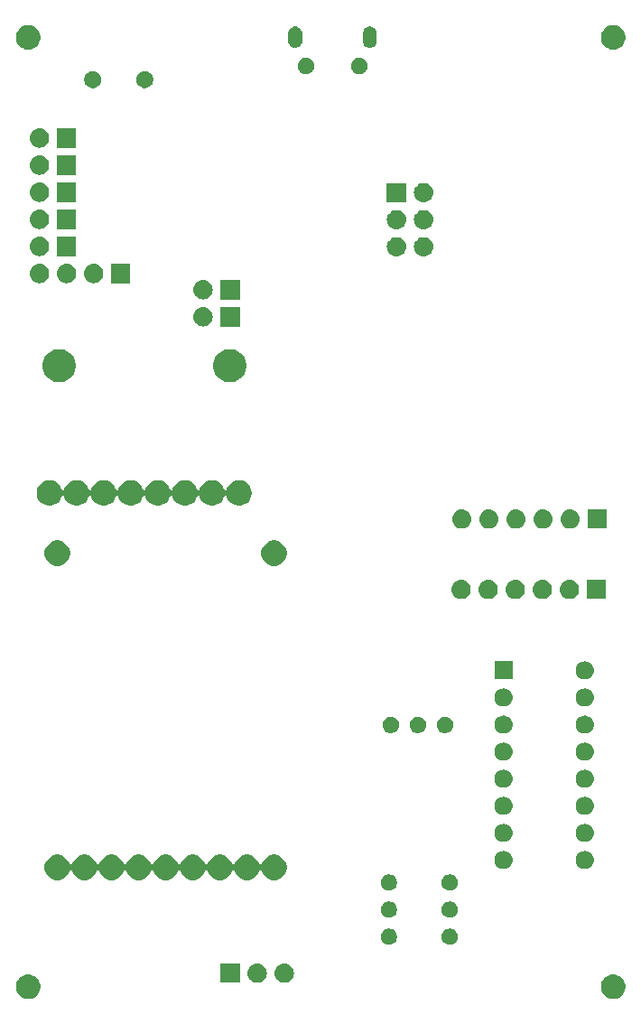
<source format=gbs>
G04 #@! TF.GenerationSoftware,KiCad,Pcbnew,(5.1.0)-1*
G04 #@! TF.CreationDate,2019-06-01T09:59:28+02:00*
G04 #@! TF.ProjectId,Main_board,4d61696e-5f62-46f6-9172-642e6b696361,V0-2*
G04 #@! TF.SameCoordinates,Original*
G04 #@! TF.FileFunction,Soldermask,Bot*
G04 #@! TF.FilePolarity,Negative*
%FSLAX46Y46*%
G04 Gerber Fmt 4.6, Leading zero omitted, Abs format (unit mm)*
G04 Created by KiCad (PCBNEW (5.1.0)-1) date 2019-06-01 09:59:28*
%MOMM*%
%LPD*%
G04 APERTURE LIST*
%ADD10C,0.100000*%
G04 APERTURE END LIST*
D10*
G36*
X181047149Y-142533516D02*
G01*
X181158334Y-142555632D01*
X181367803Y-142642397D01*
X181556320Y-142768360D01*
X181716640Y-142928680D01*
X181842603Y-143117197D01*
X181929368Y-143326666D01*
X181973600Y-143549036D01*
X181973600Y-143775764D01*
X181929368Y-143998134D01*
X181842603Y-144207603D01*
X181716640Y-144396120D01*
X181556320Y-144556440D01*
X181367803Y-144682403D01*
X181158334Y-144769168D01*
X181047149Y-144791284D01*
X180935965Y-144813400D01*
X180709235Y-144813400D01*
X180598051Y-144791284D01*
X180486866Y-144769168D01*
X180277397Y-144682403D01*
X180088880Y-144556440D01*
X179928560Y-144396120D01*
X179802597Y-144207603D01*
X179715832Y-143998134D01*
X179671600Y-143775764D01*
X179671600Y-143549036D01*
X179715832Y-143326666D01*
X179802597Y-143117197D01*
X179928560Y-142928680D01*
X180088880Y-142768360D01*
X180277397Y-142642397D01*
X180486866Y-142555632D01*
X180598051Y-142533516D01*
X180709235Y-142511400D01*
X180935965Y-142511400D01*
X181047149Y-142533516D01*
X181047149Y-142533516D01*
G37*
G36*
X126183149Y-142533516D02*
G01*
X126294334Y-142555632D01*
X126503803Y-142642397D01*
X126692320Y-142768360D01*
X126852640Y-142928680D01*
X126978603Y-143117197D01*
X127065368Y-143326666D01*
X127109600Y-143549036D01*
X127109600Y-143775764D01*
X127065368Y-143998134D01*
X126978603Y-144207603D01*
X126852640Y-144396120D01*
X126692320Y-144556440D01*
X126503803Y-144682403D01*
X126294334Y-144769168D01*
X126183149Y-144791284D01*
X126071965Y-144813400D01*
X125845235Y-144813400D01*
X125734051Y-144791284D01*
X125622866Y-144769168D01*
X125413397Y-144682403D01*
X125224880Y-144556440D01*
X125064560Y-144396120D01*
X124938597Y-144207603D01*
X124851832Y-143998134D01*
X124807600Y-143775764D01*
X124807600Y-143549036D01*
X124851832Y-143326666D01*
X124938597Y-143117197D01*
X125064560Y-142928680D01*
X125224880Y-142768360D01*
X125413397Y-142642397D01*
X125622866Y-142555632D01*
X125734051Y-142533516D01*
X125845235Y-142511400D01*
X126071965Y-142511400D01*
X126183149Y-142533516D01*
X126183149Y-142533516D01*
G37*
G36*
X145808000Y-143293400D02*
G01*
X144006000Y-143293400D01*
X144006000Y-141491400D01*
X145808000Y-141491400D01*
X145808000Y-143293400D01*
X145808000Y-143293400D01*
G37*
G36*
X147557443Y-141497919D02*
G01*
X147623627Y-141504437D01*
X147793466Y-141555957D01*
X147949991Y-141639622D01*
X147985729Y-141668952D01*
X148087186Y-141752214D01*
X148170448Y-141853671D01*
X148199778Y-141889409D01*
X148283443Y-142045934D01*
X148334963Y-142215773D01*
X148352359Y-142392400D01*
X148334963Y-142569027D01*
X148283443Y-142738866D01*
X148199778Y-142895391D01*
X148172458Y-142928680D01*
X148087186Y-143032586D01*
X147985729Y-143115848D01*
X147949991Y-143145178D01*
X147793466Y-143228843D01*
X147623627Y-143280363D01*
X147557442Y-143286882D01*
X147491260Y-143293400D01*
X147402740Y-143293400D01*
X147336558Y-143286882D01*
X147270373Y-143280363D01*
X147100534Y-143228843D01*
X146944009Y-143145178D01*
X146908271Y-143115848D01*
X146806814Y-143032586D01*
X146721542Y-142928680D01*
X146694222Y-142895391D01*
X146610557Y-142738866D01*
X146559037Y-142569027D01*
X146541641Y-142392400D01*
X146559037Y-142215773D01*
X146610557Y-142045934D01*
X146694222Y-141889409D01*
X146723552Y-141853671D01*
X146806814Y-141752214D01*
X146908271Y-141668952D01*
X146944009Y-141639622D01*
X147100534Y-141555957D01*
X147270373Y-141504437D01*
X147336557Y-141497919D01*
X147402740Y-141491400D01*
X147491260Y-141491400D01*
X147557443Y-141497919D01*
X147557443Y-141497919D01*
G37*
G36*
X150097443Y-141497919D02*
G01*
X150163627Y-141504437D01*
X150333466Y-141555957D01*
X150489991Y-141639622D01*
X150525729Y-141668952D01*
X150627186Y-141752214D01*
X150710448Y-141853671D01*
X150739778Y-141889409D01*
X150823443Y-142045934D01*
X150874963Y-142215773D01*
X150892359Y-142392400D01*
X150874963Y-142569027D01*
X150823443Y-142738866D01*
X150739778Y-142895391D01*
X150712458Y-142928680D01*
X150627186Y-143032586D01*
X150525729Y-143115848D01*
X150489991Y-143145178D01*
X150333466Y-143228843D01*
X150163627Y-143280363D01*
X150097442Y-143286882D01*
X150031260Y-143293400D01*
X149942740Y-143293400D01*
X149876558Y-143286882D01*
X149810373Y-143280363D01*
X149640534Y-143228843D01*
X149484009Y-143145178D01*
X149448271Y-143115848D01*
X149346814Y-143032586D01*
X149261542Y-142928680D01*
X149234222Y-142895391D01*
X149150557Y-142738866D01*
X149099037Y-142569027D01*
X149081641Y-142392400D01*
X149099037Y-142215773D01*
X149150557Y-142045934D01*
X149234222Y-141889409D01*
X149263552Y-141853671D01*
X149346814Y-141752214D01*
X149448271Y-141668952D01*
X149484009Y-141639622D01*
X149640534Y-141555957D01*
X149810373Y-141504437D01*
X149876557Y-141497919D01*
X149942740Y-141491400D01*
X150031260Y-141491400D01*
X150097443Y-141497919D01*
X150097443Y-141497919D01*
G37*
G36*
X165631989Y-138202276D02*
G01*
X165731293Y-138222029D01*
X165871606Y-138280148D01*
X165997884Y-138364525D01*
X166105275Y-138471916D01*
X166189652Y-138598194D01*
X166247771Y-138738507D01*
X166277400Y-138887463D01*
X166277400Y-139039337D01*
X166247771Y-139188293D01*
X166189652Y-139328606D01*
X166105275Y-139454884D01*
X165997884Y-139562275D01*
X165871606Y-139646652D01*
X165731293Y-139704771D01*
X165631989Y-139724524D01*
X165582338Y-139734400D01*
X165430462Y-139734400D01*
X165380811Y-139724524D01*
X165281507Y-139704771D01*
X165141194Y-139646652D01*
X165014916Y-139562275D01*
X164907525Y-139454884D01*
X164823148Y-139328606D01*
X164765029Y-139188293D01*
X164735400Y-139039337D01*
X164735400Y-138887463D01*
X164765029Y-138738507D01*
X164823148Y-138598194D01*
X164907525Y-138471916D01*
X165014916Y-138364525D01*
X165141194Y-138280148D01*
X165281507Y-138222029D01*
X165380811Y-138202276D01*
X165430462Y-138192400D01*
X165582338Y-138192400D01*
X165631989Y-138202276D01*
X165631989Y-138202276D01*
G37*
G36*
X159916989Y-138202276D02*
G01*
X160016293Y-138222029D01*
X160156606Y-138280148D01*
X160282884Y-138364525D01*
X160390275Y-138471916D01*
X160474652Y-138598194D01*
X160532771Y-138738507D01*
X160562400Y-138887463D01*
X160562400Y-139039337D01*
X160532771Y-139188293D01*
X160474652Y-139328606D01*
X160390275Y-139454884D01*
X160282884Y-139562275D01*
X160156606Y-139646652D01*
X160016293Y-139704771D01*
X159916989Y-139724524D01*
X159867338Y-139734400D01*
X159715462Y-139734400D01*
X159665811Y-139724524D01*
X159566507Y-139704771D01*
X159426194Y-139646652D01*
X159299916Y-139562275D01*
X159192525Y-139454884D01*
X159108148Y-139328606D01*
X159050029Y-139188293D01*
X159020400Y-139039337D01*
X159020400Y-138887463D01*
X159050029Y-138738507D01*
X159108148Y-138598194D01*
X159192525Y-138471916D01*
X159299916Y-138364525D01*
X159426194Y-138280148D01*
X159566507Y-138222029D01*
X159665811Y-138202276D01*
X159715462Y-138192400D01*
X159867338Y-138192400D01*
X159916989Y-138202276D01*
X159916989Y-138202276D01*
G37*
G36*
X165631989Y-135662276D02*
G01*
X165731293Y-135682029D01*
X165871606Y-135740148D01*
X165997884Y-135824525D01*
X166105275Y-135931916D01*
X166189652Y-136058194D01*
X166247771Y-136198507D01*
X166277400Y-136347463D01*
X166277400Y-136499337D01*
X166247771Y-136648293D01*
X166189652Y-136788606D01*
X166105275Y-136914884D01*
X165997884Y-137022275D01*
X165871606Y-137106652D01*
X165731293Y-137164771D01*
X165631989Y-137184524D01*
X165582338Y-137194400D01*
X165430462Y-137194400D01*
X165380811Y-137184524D01*
X165281507Y-137164771D01*
X165141194Y-137106652D01*
X165014916Y-137022275D01*
X164907525Y-136914884D01*
X164823148Y-136788606D01*
X164765029Y-136648293D01*
X164735400Y-136499337D01*
X164735400Y-136347463D01*
X164765029Y-136198507D01*
X164823148Y-136058194D01*
X164907525Y-135931916D01*
X165014916Y-135824525D01*
X165141194Y-135740148D01*
X165281507Y-135682029D01*
X165380811Y-135662276D01*
X165430462Y-135652400D01*
X165582338Y-135652400D01*
X165631989Y-135662276D01*
X165631989Y-135662276D01*
G37*
G36*
X159916989Y-135662276D02*
G01*
X160016293Y-135682029D01*
X160156606Y-135740148D01*
X160282884Y-135824525D01*
X160390275Y-135931916D01*
X160474652Y-136058194D01*
X160532771Y-136198507D01*
X160562400Y-136347463D01*
X160562400Y-136499337D01*
X160532771Y-136648293D01*
X160474652Y-136788606D01*
X160390275Y-136914884D01*
X160282884Y-137022275D01*
X160156606Y-137106652D01*
X160016293Y-137164771D01*
X159916989Y-137184524D01*
X159867338Y-137194400D01*
X159715462Y-137194400D01*
X159665811Y-137184524D01*
X159566507Y-137164771D01*
X159426194Y-137106652D01*
X159299916Y-137022275D01*
X159192525Y-136914884D01*
X159108148Y-136788606D01*
X159050029Y-136648293D01*
X159020400Y-136499337D01*
X159020400Y-136347463D01*
X159050029Y-136198507D01*
X159108148Y-136058194D01*
X159192525Y-135931916D01*
X159299916Y-135824525D01*
X159426194Y-135740148D01*
X159566507Y-135682029D01*
X159665811Y-135662276D01*
X159715462Y-135652400D01*
X159867338Y-135652400D01*
X159916989Y-135662276D01*
X159916989Y-135662276D01*
G37*
G36*
X165631989Y-133122276D02*
G01*
X165731293Y-133142029D01*
X165871606Y-133200148D01*
X165997884Y-133284525D01*
X166105275Y-133391916D01*
X166189652Y-133518194D01*
X166247771Y-133658507D01*
X166277400Y-133807463D01*
X166277400Y-133959337D01*
X166247771Y-134108293D01*
X166189652Y-134248606D01*
X166105275Y-134374884D01*
X165997884Y-134482275D01*
X165871606Y-134566652D01*
X165731293Y-134624771D01*
X165631989Y-134644524D01*
X165582338Y-134654400D01*
X165430462Y-134654400D01*
X165380811Y-134644524D01*
X165281507Y-134624771D01*
X165141194Y-134566652D01*
X165014916Y-134482275D01*
X164907525Y-134374884D01*
X164823148Y-134248606D01*
X164765029Y-134108293D01*
X164735400Y-133959337D01*
X164735400Y-133807463D01*
X164765029Y-133658507D01*
X164823148Y-133518194D01*
X164907525Y-133391916D01*
X165014916Y-133284525D01*
X165141194Y-133200148D01*
X165281507Y-133142029D01*
X165380811Y-133122276D01*
X165430462Y-133112400D01*
X165582338Y-133112400D01*
X165631989Y-133122276D01*
X165631989Y-133122276D01*
G37*
G36*
X159916989Y-133122276D02*
G01*
X160016293Y-133142029D01*
X160156606Y-133200148D01*
X160282884Y-133284525D01*
X160390275Y-133391916D01*
X160474652Y-133518194D01*
X160532771Y-133658507D01*
X160562400Y-133807463D01*
X160562400Y-133959337D01*
X160532771Y-134108293D01*
X160474652Y-134248606D01*
X160390275Y-134374884D01*
X160282884Y-134482275D01*
X160156606Y-134566652D01*
X160016293Y-134624771D01*
X159916989Y-134644524D01*
X159867338Y-134654400D01*
X159715462Y-134654400D01*
X159665811Y-134644524D01*
X159566507Y-134624771D01*
X159426194Y-134566652D01*
X159299916Y-134482275D01*
X159192525Y-134374884D01*
X159108148Y-134248606D01*
X159050029Y-134108293D01*
X159020400Y-133959337D01*
X159020400Y-133807463D01*
X159050029Y-133658507D01*
X159108148Y-133518194D01*
X159192525Y-133391916D01*
X159299916Y-133284525D01*
X159426194Y-133200148D01*
X159566507Y-133142029D01*
X159665811Y-133122276D01*
X159715462Y-133112400D01*
X159867338Y-133112400D01*
X159916989Y-133122276D01*
X159916989Y-133122276D01*
G37*
G36*
X129050076Y-131312884D02*
G01*
X129267369Y-131402890D01*
X129267371Y-131402891D01*
X129462930Y-131533560D01*
X129629240Y-131699870D01*
X129759910Y-131895431D01*
X129851313Y-132116097D01*
X129856316Y-132132589D01*
X129867867Y-132154199D01*
X129883413Y-132173141D01*
X129902355Y-132188686D01*
X129923965Y-132200237D01*
X129947414Y-132207350D01*
X129971800Y-132209752D01*
X129996187Y-132207350D01*
X130019636Y-132200237D01*
X130041246Y-132188686D01*
X130060188Y-132173140D01*
X130075733Y-132154198D01*
X130087284Y-132132588D01*
X130092286Y-132116098D01*
X130183690Y-131895431D01*
X130314360Y-131699870D01*
X130480670Y-131533560D01*
X130676229Y-131402891D01*
X130676231Y-131402890D01*
X130893524Y-131312884D01*
X131124200Y-131267000D01*
X131359400Y-131267000D01*
X131590076Y-131312884D01*
X131807369Y-131402890D01*
X131807371Y-131402891D01*
X132002930Y-131533560D01*
X132169240Y-131699870D01*
X132299910Y-131895431D01*
X132391313Y-132116097D01*
X132396316Y-132132589D01*
X132407867Y-132154199D01*
X132423413Y-132173141D01*
X132442355Y-132188686D01*
X132463965Y-132200237D01*
X132487414Y-132207350D01*
X132511800Y-132209752D01*
X132536187Y-132207350D01*
X132559636Y-132200237D01*
X132581246Y-132188686D01*
X132600188Y-132173140D01*
X132615733Y-132154198D01*
X132627284Y-132132588D01*
X132632286Y-132116098D01*
X132723690Y-131895431D01*
X132854360Y-131699870D01*
X133020670Y-131533560D01*
X133216229Y-131402891D01*
X133216231Y-131402890D01*
X133433524Y-131312884D01*
X133664200Y-131267000D01*
X133899400Y-131267000D01*
X134130076Y-131312884D01*
X134347369Y-131402890D01*
X134347371Y-131402891D01*
X134542930Y-131533560D01*
X134709240Y-131699870D01*
X134839910Y-131895431D01*
X134931313Y-132116097D01*
X134936316Y-132132589D01*
X134947867Y-132154199D01*
X134963413Y-132173141D01*
X134982355Y-132188686D01*
X135003965Y-132200237D01*
X135027414Y-132207350D01*
X135051800Y-132209752D01*
X135076187Y-132207350D01*
X135099636Y-132200237D01*
X135121246Y-132188686D01*
X135140188Y-132173140D01*
X135155733Y-132154198D01*
X135167284Y-132132588D01*
X135172286Y-132116098D01*
X135263690Y-131895431D01*
X135394360Y-131699870D01*
X135560670Y-131533560D01*
X135756229Y-131402891D01*
X135756231Y-131402890D01*
X135973524Y-131312884D01*
X136204200Y-131267000D01*
X136439400Y-131267000D01*
X136670076Y-131312884D01*
X136887369Y-131402890D01*
X136887371Y-131402891D01*
X137082930Y-131533560D01*
X137249240Y-131699870D01*
X137379910Y-131895431D01*
X137471313Y-132116097D01*
X137476316Y-132132589D01*
X137487867Y-132154199D01*
X137503413Y-132173141D01*
X137522355Y-132188686D01*
X137543965Y-132200237D01*
X137567414Y-132207350D01*
X137591800Y-132209752D01*
X137616187Y-132207350D01*
X137639636Y-132200237D01*
X137661246Y-132188686D01*
X137680188Y-132173140D01*
X137695733Y-132154198D01*
X137707284Y-132132588D01*
X137712286Y-132116098D01*
X137803690Y-131895431D01*
X137934360Y-131699870D01*
X138100670Y-131533560D01*
X138296229Y-131402891D01*
X138296231Y-131402890D01*
X138513524Y-131312884D01*
X138744200Y-131267000D01*
X138979400Y-131267000D01*
X139210076Y-131312884D01*
X139427369Y-131402890D01*
X139427371Y-131402891D01*
X139622930Y-131533560D01*
X139789240Y-131699870D01*
X139919910Y-131895431D01*
X140011313Y-132116097D01*
X140016316Y-132132589D01*
X140027867Y-132154199D01*
X140043413Y-132173141D01*
X140062355Y-132188686D01*
X140083965Y-132200237D01*
X140107414Y-132207350D01*
X140131800Y-132209752D01*
X140156187Y-132207350D01*
X140179636Y-132200237D01*
X140201246Y-132188686D01*
X140220188Y-132173140D01*
X140235733Y-132154198D01*
X140247284Y-132132588D01*
X140252286Y-132116098D01*
X140343690Y-131895431D01*
X140474360Y-131699870D01*
X140640670Y-131533560D01*
X140836229Y-131402891D01*
X140836231Y-131402890D01*
X141053524Y-131312884D01*
X141284200Y-131267000D01*
X141519400Y-131267000D01*
X141750076Y-131312884D01*
X141967369Y-131402890D01*
X141967371Y-131402891D01*
X142162930Y-131533560D01*
X142329240Y-131699870D01*
X142459910Y-131895431D01*
X142551313Y-132116097D01*
X142556316Y-132132589D01*
X142567867Y-132154199D01*
X142583413Y-132173141D01*
X142602355Y-132188686D01*
X142623965Y-132200237D01*
X142647414Y-132207350D01*
X142671800Y-132209752D01*
X142696187Y-132207350D01*
X142719636Y-132200237D01*
X142741246Y-132188686D01*
X142760188Y-132173140D01*
X142775733Y-132154198D01*
X142787284Y-132132588D01*
X142792286Y-132116098D01*
X142883690Y-131895431D01*
X143014360Y-131699870D01*
X143180670Y-131533560D01*
X143376229Y-131402891D01*
X143376231Y-131402890D01*
X143593524Y-131312884D01*
X143824200Y-131267000D01*
X144059400Y-131267000D01*
X144290076Y-131312884D01*
X144507369Y-131402890D01*
X144507371Y-131402891D01*
X144702930Y-131533560D01*
X144869240Y-131699870D01*
X144999910Y-131895431D01*
X145091313Y-132116097D01*
X145096316Y-132132589D01*
X145107867Y-132154199D01*
X145123413Y-132173141D01*
X145142355Y-132188686D01*
X145163965Y-132200237D01*
X145187414Y-132207350D01*
X145211800Y-132209752D01*
X145236187Y-132207350D01*
X145259636Y-132200237D01*
X145281246Y-132188686D01*
X145300188Y-132173140D01*
X145315733Y-132154198D01*
X145327284Y-132132588D01*
X145332286Y-132116098D01*
X145423690Y-131895431D01*
X145554360Y-131699870D01*
X145720670Y-131533560D01*
X145916229Y-131402891D01*
X145916231Y-131402890D01*
X146133524Y-131312884D01*
X146364200Y-131267000D01*
X146599400Y-131267000D01*
X146830076Y-131312884D01*
X147047369Y-131402890D01*
X147047371Y-131402891D01*
X147242930Y-131533560D01*
X147409240Y-131699870D01*
X147539910Y-131895431D01*
X147631313Y-132116097D01*
X147636316Y-132132589D01*
X147647867Y-132154199D01*
X147663413Y-132173141D01*
X147682355Y-132188686D01*
X147703965Y-132200237D01*
X147727414Y-132207350D01*
X147751800Y-132209752D01*
X147776187Y-132207350D01*
X147799636Y-132200237D01*
X147821246Y-132188686D01*
X147840188Y-132173140D01*
X147855733Y-132154198D01*
X147867284Y-132132588D01*
X147872286Y-132116098D01*
X147963690Y-131895431D01*
X148094360Y-131699870D01*
X148260670Y-131533560D01*
X148456229Y-131402891D01*
X148456231Y-131402890D01*
X148673524Y-131312884D01*
X148904200Y-131267000D01*
X149139400Y-131267000D01*
X149370076Y-131312884D01*
X149587369Y-131402890D01*
X149587371Y-131402891D01*
X149782930Y-131533560D01*
X149949240Y-131699870D01*
X150079910Y-131895431D01*
X150169916Y-132112724D01*
X150215800Y-132343400D01*
X150215800Y-132578600D01*
X150169916Y-132809276D01*
X150079910Y-133026569D01*
X150079909Y-133026571D01*
X149949240Y-133222130D01*
X149782930Y-133388440D01*
X149587371Y-133519109D01*
X149587370Y-133519110D01*
X149587369Y-133519110D01*
X149370076Y-133609116D01*
X149139400Y-133655000D01*
X148904200Y-133655000D01*
X148673524Y-133609116D01*
X148456231Y-133519110D01*
X148456230Y-133519110D01*
X148456229Y-133519109D01*
X148260670Y-133388440D01*
X148094360Y-133222130D01*
X147963691Y-133026571D01*
X147873685Y-132809277D01*
X147872287Y-132805903D01*
X147867284Y-132789411D01*
X147855733Y-132767801D01*
X147840187Y-132748859D01*
X147821245Y-132733314D01*
X147799635Y-132721763D01*
X147776186Y-132714650D01*
X147751800Y-132712248D01*
X147727413Y-132714650D01*
X147703964Y-132721763D01*
X147682354Y-132733314D01*
X147663412Y-132748860D01*
X147647867Y-132767802D01*
X147636316Y-132789412D01*
X147631314Y-132805902D01*
X147539910Y-133026569D01*
X147539909Y-133026571D01*
X147409240Y-133222130D01*
X147242930Y-133388440D01*
X147047371Y-133519109D01*
X147047370Y-133519110D01*
X147047369Y-133519110D01*
X146830076Y-133609116D01*
X146599400Y-133655000D01*
X146364200Y-133655000D01*
X146133524Y-133609116D01*
X145916231Y-133519110D01*
X145916230Y-133519110D01*
X145916229Y-133519109D01*
X145720670Y-133388440D01*
X145554360Y-133222130D01*
X145423691Y-133026571D01*
X145333685Y-132809277D01*
X145332287Y-132805903D01*
X145327284Y-132789411D01*
X145315733Y-132767801D01*
X145300187Y-132748859D01*
X145281245Y-132733314D01*
X145259635Y-132721763D01*
X145236186Y-132714650D01*
X145211800Y-132712248D01*
X145187413Y-132714650D01*
X145163964Y-132721763D01*
X145142354Y-132733314D01*
X145123412Y-132748860D01*
X145107867Y-132767802D01*
X145096316Y-132789412D01*
X145091314Y-132805902D01*
X144999910Y-133026569D01*
X144999909Y-133026571D01*
X144869240Y-133222130D01*
X144702930Y-133388440D01*
X144507371Y-133519109D01*
X144507370Y-133519110D01*
X144507369Y-133519110D01*
X144290076Y-133609116D01*
X144059400Y-133655000D01*
X143824200Y-133655000D01*
X143593524Y-133609116D01*
X143376231Y-133519110D01*
X143376230Y-133519110D01*
X143376229Y-133519109D01*
X143180670Y-133388440D01*
X143014360Y-133222130D01*
X142883691Y-133026571D01*
X142793685Y-132809277D01*
X142792287Y-132805903D01*
X142787284Y-132789411D01*
X142775733Y-132767801D01*
X142760187Y-132748859D01*
X142741245Y-132733314D01*
X142719635Y-132721763D01*
X142696186Y-132714650D01*
X142671800Y-132712248D01*
X142647413Y-132714650D01*
X142623964Y-132721763D01*
X142602354Y-132733314D01*
X142583412Y-132748860D01*
X142567867Y-132767802D01*
X142556316Y-132789412D01*
X142551314Y-132805902D01*
X142459910Y-133026569D01*
X142459909Y-133026571D01*
X142329240Y-133222130D01*
X142162930Y-133388440D01*
X141967371Y-133519109D01*
X141967370Y-133519110D01*
X141967369Y-133519110D01*
X141750076Y-133609116D01*
X141519400Y-133655000D01*
X141284200Y-133655000D01*
X141053524Y-133609116D01*
X140836231Y-133519110D01*
X140836230Y-133519110D01*
X140836229Y-133519109D01*
X140640670Y-133388440D01*
X140474360Y-133222130D01*
X140343691Y-133026571D01*
X140253685Y-132809277D01*
X140252287Y-132805903D01*
X140247284Y-132789411D01*
X140235733Y-132767801D01*
X140220187Y-132748859D01*
X140201245Y-132733314D01*
X140179635Y-132721763D01*
X140156186Y-132714650D01*
X140131800Y-132712248D01*
X140107413Y-132714650D01*
X140083964Y-132721763D01*
X140062354Y-132733314D01*
X140043412Y-132748860D01*
X140027867Y-132767802D01*
X140016316Y-132789412D01*
X140011314Y-132805902D01*
X139919910Y-133026569D01*
X139919909Y-133026571D01*
X139789240Y-133222130D01*
X139622930Y-133388440D01*
X139427371Y-133519109D01*
X139427370Y-133519110D01*
X139427369Y-133519110D01*
X139210076Y-133609116D01*
X138979400Y-133655000D01*
X138744200Y-133655000D01*
X138513524Y-133609116D01*
X138296231Y-133519110D01*
X138296230Y-133519110D01*
X138296229Y-133519109D01*
X138100670Y-133388440D01*
X137934360Y-133222130D01*
X137803691Y-133026571D01*
X137713685Y-132809277D01*
X137712287Y-132805903D01*
X137707284Y-132789411D01*
X137695733Y-132767801D01*
X137680187Y-132748859D01*
X137661245Y-132733314D01*
X137639635Y-132721763D01*
X137616186Y-132714650D01*
X137591800Y-132712248D01*
X137567413Y-132714650D01*
X137543964Y-132721763D01*
X137522354Y-132733314D01*
X137503412Y-132748860D01*
X137487867Y-132767802D01*
X137476316Y-132789412D01*
X137471314Y-132805902D01*
X137379910Y-133026569D01*
X137379909Y-133026571D01*
X137249240Y-133222130D01*
X137082930Y-133388440D01*
X136887371Y-133519109D01*
X136887370Y-133519110D01*
X136887369Y-133519110D01*
X136670076Y-133609116D01*
X136439400Y-133655000D01*
X136204200Y-133655000D01*
X135973524Y-133609116D01*
X135756231Y-133519110D01*
X135756230Y-133519110D01*
X135756229Y-133519109D01*
X135560670Y-133388440D01*
X135394360Y-133222130D01*
X135263691Y-133026571D01*
X135173685Y-132809277D01*
X135172287Y-132805903D01*
X135167284Y-132789411D01*
X135155733Y-132767801D01*
X135140187Y-132748859D01*
X135121245Y-132733314D01*
X135099635Y-132721763D01*
X135076186Y-132714650D01*
X135051800Y-132712248D01*
X135027413Y-132714650D01*
X135003964Y-132721763D01*
X134982354Y-132733314D01*
X134963412Y-132748860D01*
X134947867Y-132767802D01*
X134936316Y-132789412D01*
X134931314Y-132805902D01*
X134839910Y-133026569D01*
X134839909Y-133026571D01*
X134709240Y-133222130D01*
X134542930Y-133388440D01*
X134347371Y-133519109D01*
X134347370Y-133519110D01*
X134347369Y-133519110D01*
X134130076Y-133609116D01*
X133899400Y-133655000D01*
X133664200Y-133655000D01*
X133433524Y-133609116D01*
X133216231Y-133519110D01*
X133216230Y-133519110D01*
X133216229Y-133519109D01*
X133020670Y-133388440D01*
X132854360Y-133222130D01*
X132723691Y-133026571D01*
X132633685Y-132809277D01*
X132632287Y-132805903D01*
X132627284Y-132789411D01*
X132615733Y-132767801D01*
X132600187Y-132748859D01*
X132581245Y-132733314D01*
X132559635Y-132721763D01*
X132536186Y-132714650D01*
X132511800Y-132712248D01*
X132487413Y-132714650D01*
X132463964Y-132721763D01*
X132442354Y-132733314D01*
X132423412Y-132748860D01*
X132407867Y-132767802D01*
X132396316Y-132789412D01*
X132391314Y-132805902D01*
X132299910Y-133026569D01*
X132299909Y-133026571D01*
X132169240Y-133222130D01*
X132002930Y-133388440D01*
X131807371Y-133519109D01*
X131807370Y-133519110D01*
X131807369Y-133519110D01*
X131590076Y-133609116D01*
X131359400Y-133655000D01*
X131124200Y-133655000D01*
X130893524Y-133609116D01*
X130676231Y-133519110D01*
X130676230Y-133519110D01*
X130676229Y-133519109D01*
X130480670Y-133388440D01*
X130314360Y-133222130D01*
X130183691Y-133026571D01*
X130093685Y-132809277D01*
X130092287Y-132805903D01*
X130087284Y-132789411D01*
X130075733Y-132767801D01*
X130060187Y-132748859D01*
X130041245Y-132733314D01*
X130019635Y-132721763D01*
X129996186Y-132714650D01*
X129971800Y-132712248D01*
X129947413Y-132714650D01*
X129923964Y-132721763D01*
X129902354Y-132733314D01*
X129883412Y-132748860D01*
X129867867Y-132767802D01*
X129856316Y-132789412D01*
X129851314Y-132805902D01*
X129759910Y-133026569D01*
X129759909Y-133026571D01*
X129629240Y-133222130D01*
X129462930Y-133388440D01*
X129267371Y-133519109D01*
X129267370Y-133519110D01*
X129267369Y-133519110D01*
X129050076Y-133609116D01*
X128819400Y-133655000D01*
X128584200Y-133655000D01*
X128353524Y-133609116D01*
X128136231Y-133519110D01*
X128136230Y-133519110D01*
X128136229Y-133519109D01*
X127940670Y-133388440D01*
X127774360Y-133222130D01*
X127643691Y-133026571D01*
X127643690Y-133026569D01*
X127553684Y-132809276D01*
X127507800Y-132578600D01*
X127507800Y-132343400D01*
X127553684Y-132112724D01*
X127643690Y-131895431D01*
X127774360Y-131699870D01*
X127940670Y-131533560D01*
X128136229Y-131402891D01*
X128136231Y-131402890D01*
X128353524Y-131312884D01*
X128584200Y-131267000D01*
X128819400Y-131267000D01*
X129050076Y-131312884D01*
X129050076Y-131312884D01*
G37*
G36*
X170702423Y-130936513D02*
G01*
X170862842Y-130985176D01*
X170995506Y-131056086D01*
X171010678Y-131064196D01*
X171140259Y-131170541D01*
X171246604Y-131300122D01*
X171246605Y-131300124D01*
X171325624Y-131447958D01*
X171374287Y-131608377D01*
X171390717Y-131775200D01*
X171374287Y-131942023D01*
X171325624Y-132102442D01*
X171254714Y-132235106D01*
X171246604Y-132250278D01*
X171140259Y-132379859D01*
X171010678Y-132486204D01*
X171010676Y-132486205D01*
X170862842Y-132565224D01*
X170702423Y-132613887D01*
X170577404Y-132626200D01*
X170493796Y-132626200D01*
X170368777Y-132613887D01*
X170208358Y-132565224D01*
X170060524Y-132486205D01*
X170060522Y-132486204D01*
X169930941Y-132379859D01*
X169824596Y-132250278D01*
X169816486Y-132235106D01*
X169745576Y-132102442D01*
X169696913Y-131942023D01*
X169680483Y-131775200D01*
X169696913Y-131608377D01*
X169745576Y-131447958D01*
X169824595Y-131300124D01*
X169824596Y-131300122D01*
X169930941Y-131170541D01*
X170060522Y-131064196D01*
X170075694Y-131056086D01*
X170208358Y-130985176D01*
X170368777Y-130936513D01*
X170493796Y-130924200D01*
X170577404Y-130924200D01*
X170702423Y-130936513D01*
X170702423Y-130936513D01*
G37*
G36*
X178322423Y-130936513D02*
G01*
X178482842Y-130985176D01*
X178615506Y-131056086D01*
X178630678Y-131064196D01*
X178760259Y-131170541D01*
X178866604Y-131300122D01*
X178866605Y-131300124D01*
X178945624Y-131447958D01*
X178994287Y-131608377D01*
X179010717Y-131775200D01*
X178994287Y-131942023D01*
X178945624Y-132102442D01*
X178874714Y-132235106D01*
X178866604Y-132250278D01*
X178760259Y-132379859D01*
X178630678Y-132486204D01*
X178630676Y-132486205D01*
X178482842Y-132565224D01*
X178322423Y-132613887D01*
X178197404Y-132626200D01*
X178113796Y-132626200D01*
X177988777Y-132613887D01*
X177828358Y-132565224D01*
X177680524Y-132486205D01*
X177680522Y-132486204D01*
X177550941Y-132379859D01*
X177444596Y-132250278D01*
X177436486Y-132235106D01*
X177365576Y-132102442D01*
X177316913Y-131942023D01*
X177300483Y-131775200D01*
X177316913Y-131608377D01*
X177365576Y-131447958D01*
X177444595Y-131300124D01*
X177444596Y-131300122D01*
X177550941Y-131170541D01*
X177680522Y-131064196D01*
X177695694Y-131056086D01*
X177828358Y-130985176D01*
X177988777Y-130936513D01*
X178113796Y-130924200D01*
X178197404Y-130924200D01*
X178322423Y-130936513D01*
X178322423Y-130936513D01*
G37*
G36*
X170702423Y-128396513D02*
G01*
X170862842Y-128445176D01*
X170995506Y-128516086D01*
X171010678Y-128524196D01*
X171140259Y-128630541D01*
X171246604Y-128760122D01*
X171246605Y-128760124D01*
X171325624Y-128907958D01*
X171374287Y-129068377D01*
X171390717Y-129235200D01*
X171374287Y-129402023D01*
X171325624Y-129562442D01*
X171254714Y-129695106D01*
X171246604Y-129710278D01*
X171140259Y-129839859D01*
X171010678Y-129946204D01*
X171010676Y-129946205D01*
X170862842Y-130025224D01*
X170702423Y-130073887D01*
X170577404Y-130086200D01*
X170493796Y-130086200D01*
X170368777Y-130073887D01*
X170208358Y-130025224D01*
X170060524Y-129946205D01*
X170060522Y-129946204D01*
X169930941Y-129839859D01*
X169824596Y-129710278D01*
X169816486Y-129695106D01*
X169745576Y-129562442D01*
X169696913Y-129402023D01*
X169680483Y-129235200D01*
X169696913Y-129068377D01*
X169745576Y-128907958D01*
X169824595Y-128760124D01*
X169824596Y-128760122D01*
X169930941Y-128630541D01*
X170060522Y-128524196D01*
X170075694Y-128516086D01*
X170208358Y-128445176D01*
X170368777Y-128396513D01*
X170493796Y-128384200D01*
X170577404Y-128384200D01*
X170702423Y-128396513D01*
X170702423Y-128396513D01*
G37*
G36*
X178322423Y-128396513D02*
G01*
X178482842Y-128445176D01*
X178615506Y-128516086D01*
X178630678Y-128524196D01*
X178760259Y-128630541D01*
X178866604Y-128760122D01*
X178866605Y-128760124D01*
X178945624Y-128907958D01*
X178994287Y-129068377D01*
X179010717Y-129235200D01*
X178994287Y-129402023D01*
X178945624Y-129562442D01*
X178874714Y-129695106D01*
X178866604Y-129710278D01*
X178760259Y-129839859D01*
X178630678Y-129946204D01*
X178630676Y-129946205D01*
X178482842Y-130025224D01*
X178322423Y-130073887D01*
X178197404Y-130086200D01*
X178113796Y-130086200D01*
X177988777Y-130073887D01*
X177828358Y-130025224D01*
X177680524Y-129946205D01*
X177680522Y-129946204D01*
X177550941Y-129839859D01*
X177444596Y-129710278D01*
X177436486Y-129695106D01*
X177365576Y-129562442D01*
X177316913Y-129402023D01*
X177300483Y-129235200D01*
X177316913Y-129068377D01*
X177365576Y-128907958D01*
X177444595Y-128760124D01*
X177444596Y-128760122D01*
X177550941Y-128630541D01*
X177680522Y-128524196D01*
X177695694Y-128516086D01*
X177828358Y-128445176D01*
X177988777Y-128396513D01*
X178113796Y-128384200D01*
X178197404Y-128384200D01*
X178322423Y-128396513D01*
X178322423Y-128396513D01*
G37*
G36*
X170702423Y-125856513D02*
G01*
X170862842Y-125905176D01*
X170995506Y-125976086D01*
X171010678Y-125984196D01*
X171140259Y-126090541D01*
X171246604Y-126220122D01*
X171246605Y-126220124D01*
X171325624Y-126367958D01*
X171374287Y-126528377D01*
X171390717Y-126695200D01*
X171374287Y-126862023D01*
X171325624Y-127022442D01*
X171254714Y-127155106D01*
X171246604Y-127170278D01*
X171140259Y-127299859D01*
X171010678Y-127406204D01*
X171010676Y-127406205D01*
X170862842Y-127485224D01*
X170702423Y-127533887D01*
X170577404Y-127546200D01*
X170493796Y-127546200D01*
X170368777Y-127533887D01*
X170208358Y-127485224D01*
X170060524Y-127406205D01*
X170060522Y-127406204D01*
X169930941Y-127299859D01*
X169824596Y-127170278D01*
X169816486Y-127155106D01*
X169745576Y-127022442D01*
X169696913Y-126862023D01*
X169680483Y-126695200D01*
X169696913Y-126528377D01*
X169745576Y-126367958D01*
X169824595Y-126220124D01*
X169824596Y-126220122D01*
X169930941Y-126090541D01*
X170060522Y-125984196D01*
X170075694Y-125976086D01*
X170208358Y-125905176D01*
X170368777Y-125856513D01*
X170493796Y-125844200D01*
X170577404Y-125844200D01*
X170702423Y-125856513D01*
X170702423Y-125856513D01*
G37*
G36*
X178322423Y-125856513D02*
G01*
X178482842Y-125905176D01*
X178615506Y-125976086D01*
X178630678Y-125984196D01*
X178760259Y-126090541D01*
X178866604Y-126220122D01*
X178866605Y-126220124D01*
X178945624Y-126367958D01*
X178994287Y-126528377D01*
X179010717Y-126695200D01*
X178994287Y-126862023D01*
X178945624Y-127022442D01*
X178874714Y-127155106D01*
X178866604Y-127170278D01*
X178760259Y-127299859D01*
X178630678Y-127406204D01*
X178630676Y-127406205D01*
X178482842Y-127485224D01*
X178322423Y-127533887D01*
X178197404Y-127546200D01*
X178113796Y-127546200D01*
X177988777Y-127533887D01*
X177828358Y-127485224D01*
X177680524Y-127406205D01*
X177680522Y-127406204D01*
X177550941Y-127299859D01*
X177444596Y-127170278D01*
X177436486Y-127155106D01*
X177365576Y-127022442D01*
X177316913Y-126862023D01*
X177300483Y-126695200D01*
X177316913Y-126528377D01*
X177365576Y-126367958D01*
X177444595Y-126220124D01*
X177444596Y-126220122D01*
X177550941Y-126090541D01*
X177680522Y-125984196D01*
X177695694Y-125976086D01*
X177828358Y-125905176D01*
X177988777Y-125856513D01*
X178113796Y-125844200D01*
X178197404Y-125844200D01*
X178322423Y-125856513D01*
X178322423Y-125856513D01*
G37*
G36*
X178322423Y-123316513D02*
G01*
X178482842Y-123365176D01*
X178615506Y-123436086D01*
X178630678Y-123444196D01*
X178760259Y-123550541D01*
X178866604Y-123680122D01*
X178866605Y-123680124D01*
X178945624Y-123827958D01*
X178994287Y-123988377D01*
X179010717Y-124155200D01*
X178994287Y-124322023D01*
X178945624Y-124482442D01*
X178874714Y-124615106D01*
X178866604Y-124630278D01*
X178760259Y-124759859D01*
X178630678Y-124866204D01*
X178630676Y-124866205D01*
X178482842Y-124945224D01*
X178322423Y-124993887D01*
X178197404Y-125006200D01*
X178113796Y-125006200D01*
X177988777Y-124993887D01*
X177828358Y-124945224D01*
X177680524Y-124866205D01*
X177680522Y-124866204D01*
X177550941Y-124759859D01*
X177444596Y-124630278D01*
X177436486Y-124615106D01*
X177365576Y-124482442D01*
X177316913Y-124322023D01*
X177300483Y-124155200D01*
X177316913Y-123988377D01*
X177365576Y-123827958D01*
X177444595Y-123680124D01*
X177444596Y-123680122D01*
X177550941Y-123550541D01*
X177680522Y-123444196D01*
X177695694Y-123436086D01*
X177828358Y-123365176D01*
X177988777Y-123316513D01*
X178113796Y-123304200D01*
X178197404Y-123304200D01*
X178322423Y-123316513D01*
X178322423Y-123316513D01*
G37*
G36*
X170702423Y-123316513D02*
G01*
X170862842Y-123365176D01*
X170995506Y-123436086D01*
X171010678Y-123444196D01*
X171140259Y-123550541D01*
X171246604Y-123680122D01*
X171246605Y-123680124D01*
X171325624Y-123827958D01*
X171374287Y-123988377D01*
X171390717Y-124155200D01*
X171374287Y-124322023D01*
X171325624Y-124482442D01*
X171254714Y-124615106D01*
X171246604Y-124630278D01*
X171140259Y-124759859D01*
X171010678Y-124866204D01*
X171010676Y-124866205D01*
X170862842Y-124945224D01*
X170702423Y-124993887D01*
X170577404Y-125006200D01*
X170493796Y-125006200D01*
X170368777Y-124993887D01*
X170208358Y-124945224D01*
X170060524Y-124866205D01*
X170060522Y-124866204D01*
X169930941Y-124759859D01*
X169824596Y-124630278D01*
X169816486Y-124615106D01*
X169745576Y-124482442D01*
X169696913Y-124322023D01*
X169680483Y-124155200D01*
X169696913Y-123988377D01*
X169745576Y-123827958D01*
X169824595Y-123680124D01*
X169824596Y-123680122D01*
X169930941Y-123550541D01*
X170060522Y-123444196D01*
X170075694Y-123436086D01*
X170208358Y-123365176D01*
X170368777Y-123316513D01*
X170493796Y-123304200D01*
X170577404Y-123304200D01*
X170702423Y-123316513D01*
X170702423Y-123316513D01*
G37*
G36*
X170702423Y-120776513D02*
G01*
X170862842Y-120825176D01*
X170995506Y-120896086D01*
X171010678Y-120904196D01*
X171140259Y-121010541D01*
X171246604Y-121140122D01*
X171246605Y-121140124D01*
X171325624Y-121287958D01*
X171374287Y-121448377D01*
X171390717Y-121615200D01*
X171374287Y-121782023D01*
X171325624Y-121942442D01*
X171254714Y-122075106D01*
X171246604Y-122090278D01*
X171140259Y-122219859D01*
X171010678Y-122326204D01*
X171010676Y-122326205D01*
X170862842Y-122405224D01*
X170702423Y-122453887D01*
X170577404Y-122466200D01*
X170493796Y-122466200D01*
X170368777Y-122453887D01*
X170208358Y-122405224D01*
X170060524Y-122326205D01*
X170060522Y-122326204D01*
X169930941Y-122219859D01*
X169824596Y-122090278D01*
X169816486Y-122075106D01*
X169745576Y-121942442D01*
X169696913Y-121782023D01*
X169680483Y-121615200D01*
X169696913Y-121448377D01*
X169745576Y-121287958D01*
X169824595Y-121140124D01*
X169824596Y-121140122D01*
X169930941Y-121010541D01*
X170060522Y-120904196D01*
X170075694Y-120896086D01*
X170208358Y-120825176D01*
X170368777Y-120776513D01*
X170493796Y-120764200D01*
X170577404Y-120764200D01*
X170702423Y-120776513D01*
X170702423Y-120776513D01*
G37*
G36*
X178322423Y-120776513D02*
G01*
X178482842Y-120825176D01*
X178615506Y-120896086D01*
X178630678Y-120904196D01*
X178760259Y-121010541D01*
X178866604Y-121140122D01*
X178866605Y-121140124D01*
X178945624Y-121287958D01*
X178994287Y-121448377D01*
X179010717Y-121615200D01*
X178994287Y-121782023D01*
X178945624Y-121942442D01*
X178874714Y-122075106D01*
X178866604Y-122090278D01*
X178760259Y-122219859D01*
X178630678Y-122326204D01*
X178630676Y-122326205D01*
X178482842Y-122405224D01*
X178322423Y-122453887D01*
X178197404Y-122466200D01*
X178113796Y-122466200D01*
X177988777Y-122453887D01*
X177828358Y-122405224D01*
X177680524Y-122326205D01*
X177680522Y-122326204D01*
X177550941Y-122219859D01*
X177444596Y-122090278D01*
X177436486Y-122075106D01*
X177365576Y-121942442D01*
X177316913Y-121782023D01*
X177300483Y-121615200D01*
X177316913Y-121448377D01*
X177365576Y-121287958D01*
X177444595Y-121140124D01*
X177444596Y-121140122D01*
X177550941Y-121010541D01*
X177680522Y-120904196D01*
X177695694Y-120896086D01*
X177828358Y-120825176D01*
X177988777Y-120776513D01*
X178113796Y-120764200D01*
X178197404Y-120764200D01*
X178322423Y-120776513D01*
X178322423Y-120776513D01*
G37*
G36*
X178322423Y-118236513D02*
G01*
X178482842Y-118285176D01*
X178565953Y-118329600D01*
X178630678Y-118364196D01*
X178760259Y-118470541D01*
X178866604Y-118600122D01*
X178866605Y-118600124D01*
X178945624Y-118747958D01*
X178994287Y-118908377D01*
X179010717Y-119075200D01*
X178994287Y-119242023D01*
X178945624Y-119402442D01*
X178911756Y-119465804D01*
X178866604Y-119550278D01*
X178760259Y-119679859D01*
X178630678Y-119786204D01*
X178630676Y-119786205D01*
X178482842Y-119865224D01*
X178322423Y-119913887D01*
X178197404Y-119926200D01*
X178113796Y-119926200D01*
X177988777Y-119913887D01*
X177828358Y-119865224D01*
X177680524Y-119786205D01*
X177680522Y-119786204D01*
X177550941Y-119679859D01*
X177444596Y-119550278D01*
X177399444Y-119465804D01*
X177365576Y-119402442D01*
X177316913Y-119242023D01*
X177300483Y-119075200D01*
X177316913Y-118908377D01*
X177365576Y-118747958D01*
X177444595Y-118600124D01*
X177444596Y-118600122D01*
X177550941Y-118470541D01*
X177680522Y-118364196D01*
X177745247Y-118329600D01*
X177828358Y-118285176D01*
X177988777Y-118236513D01*
X178113796Y-118224200D01*
X178197404Y-118224200D01*
X178322423Y-118236513D01*
X178322423Y-118236513D01*
G37*
G36*
X170702423Y-118236513D02*
G01*
X170862842Y-118285176D01*
X170945953Y-118329600D01*
X171010678Y-118364196D01*
X171140259Y-118470541D01*
X171246604Y-118600122D01*
X171246605Y-118600124D01*
X171325624Y-118747958D01*
X171374287Y-118908377D01*
X171390717Y-119075200D01*
X171374287Y-119242023D01*
X171325624Y-119402442D01*
X171291756Y-119465804D01*
X171246604Y-119550278D01*
X171140259Y-119679859D01*
X171010678Y-119786204D01*
X171010676Y-119786205D01*
X170862842Y-119865224D01*
X170702423Y-119913887D01*
X170577404Y-119926200D01*
X170493796Y-119926200D01*
X170368777Y-119913887D01*
X170208358Y-119865224D01*
X170060524Y-119786205D01*
X170060522Y-119786204D01*
X169930941Y-119679859D01*
X169824596Y-119550278D01*
X169779444Y-119465804D01*
X169745576Y-119402442D01*
X169696913Y-119242023D01*
X169680483Y-119075200D01*
X169696913Y-118908377D01*
X169745576Y-118747958D01*
X169824595Y-118600124D01*
X169824596Y-118600122D01*
X169930941Y-118470541D01*
X170060522Y-118364196D01*
X170125247Y-118329600D01*
X170208358Y-118285176D01*
X170368777Y-118236513D01*
X170493796Y-118224200D01*
X170577404Y-118224200D01*
X170702423Y-118236513D01*
X170702423Y-118236513D01*
G37*
G36*
X160094789Y-118339476D02*
G01*
X160194093Y-118359229D01*
X160334406Y-118417348D01*
X160460684Y-118501725D01*
X160568075Y-118609116D01*
X160652452Y-118735394D01*
X160710571Y-118875707D01*
X160740200Y-119024663D01*
X160740200Y-119176537D01*
X160710571Y-119325493D01*
X160652452Y-119465806D01*
X160568075Y-119592084D01*
X160460684Y-119699475D01*
X160334406Y-119783852D01*
X160194093Y-119841971D01*
X160094789Y-119861724D01*
X160045138Y-119871600D01*
X159893262Y-119871600D01*
X159843611Y-119861724D01*
X159744307Y-119841971D01*
X159603994Y-119783852D01*
X159477716Y-119699475D01*
X159370325Y-119592084D01*
X159285948Y-119465806D01*
X159227829Y-119325493D01*
X159198200Y-119176537D01*
X159198200Y-119024663D01*
X159227829Y-118875707D01*
X159285948Y-118735394D01*
X159370325Y-118609116D01*
X159477716Y-118501725D01*
X159603994Y-118417348D01*
X159744307Y-118359229D01*
X159843611Y-118339476D01*
X159893262Y-118329600D01*
X160045138Y-118329600D01*
X160094789Y-118339476D01*
X160094789Y-118339476D01*
G37*
G36*
X165174789Y-118339476D02*
G01*
X165274093Y-118359229D01*
X165414406Y-118417348D01*
X165540684Y-118501725D01*
X165648075Y-118609116D01*
X165732452Y-118735394D01*
X165790571Y-118875707D01*
X165820200Y-119024663D01*
X165820200Y-119176537D01*
X165790571Y-119325493D01*
X165732452Y-119465806D01*
X165648075Y-119592084D01*
X165540684Y-119699475D01*
X165414406Y-119783852D01*
X165274093Y-119841971D01*
X165174789Y-119861724D01*
X165125138Y-119871600D01*
X164973262Y-119871600D01*
X164923611Y-119861724D01*
X164824307Y-119841971D01*
X164683994Y-119783852D01*
X164557716Y-119699475D01*
X164450325Y-119592084D01*
X164365948Y-119465806D01*
X164307829Y-119325493D01*
X164278200Y-119176537D01*
X164278200Y-119024663D01*
X164307829Y-118875707D01*
X164365948Y-118735394D01*
X164450325Y-118609116D01*
X164557716Y-118501725D01*
X164683994Y-118417348D01*
X164824307Y-118359229D01*
X164923611Y-118339476D01*
X164973262Y-118329600D01*
X165125138Y-118329600D01*
X165174789Y-118339476D01*
X165174789Y-118339476D01*
G37*
G36*
X162634789Y-118339476D02*
G01*
X162734093Y-118359229D01*
X162874406Y-118417348D01*
X163000684Y-118501725D01*
X163108075Y-118609116D01*
X163192452Y-118735394D01*
X163250571Y-118875707D01*
X163280200Y-119024663D01*
X163280200Y-119176537D01*
X163250571Y-119325493D01*
X163192452Y-119465806D01*
X163108075Y-119592084D01*
X163000684Y-119699475D01*
X162874406Y-119783852D01*
X162734093Y-119841971D01*
X162634789Y-119861724D01*
X162585138Y-119871600D01*
X162433262Y-119871600D01*
X162383611Y-119861724D01*
X162284307Y-119841971D01*
X162143994Y-119783852D01*
X162017716Y-119699475D01*
X161910325Y-119592084D01*
X161825948Y-119465806D01*
X161767829Y-119325493D01*
X161738200Y-119176537D01*
X161738200Y-119024663D01*
X161767829Y-118875707D01*
X161825948Y-118735394D01*
X161910325Y-118609116D01*
X162017716Y-118501725D01*
X162143994Y-118417348D01*
X162284307Y-118359229D01*
X162383611Y-118339476D01*
X162433262Y-118329600D01*
X162585138Y-118329600D01*
X162634789Y-118339476D01*
X162634789Y-118339476D01*
G37*
G36*
X170702423Y-115696513D02*
G01*
X170862842Y-115745176D01*
X170995506Y-115816086D01*
X171010678Y-115824196D01*
X171140259Y-115930541D01*
X171246604Y-116060122D01*
X171246605Y-116060124D01*
X171325624Y-116207958D01*
X171374287Y-116368377D01*
X171390717Y-116535200D01*
X171374287Y-116702023D01*
X171325624Y-116862442D01*
X171254714Y-116995106D01*
X171246604Y-117010278D01*
X171140259Y-117139859D01*
X171010678Y-117246204D01*
X171010676Y-117246205D01*
X170862842Y-117325224D01*
X170702423Y-117373887D01*
X170577404Y-117386200D01*
X170493796Y-117386200D01*
X170368777Y-117373887D01*
X170208358Y-117325224D01*
X170060524Y-117246205D01*
X170060522Y-117246204D01*
X169930941Y-117139859D01*
X169824596Y-117010278D01*
X169816486Y-116995106D01*
X169745576Y-116862442D01*
X169696913Y-116702023D01*
X169680483Y-116535200D01*
X169696913Y-116368377D01*
X169745576Y-116207958D01*
X169824595Y-116060124D01*
X169824596Y-116060122D01*
X169930941Y-115930541D01*
X170060522Y-115824196D01*
X170075694Y-115816086D01*
X170208358Y-115745176D01*
X170368777Y-115696513D01*
X170493796Y-115684200D01*
X170577404Y-115684200D01*
X170702423Y-115696513D01*
X170702423Y-115696513D01*
G37*
G36*
X178322423Y-115696513D02*
G01*
X178482842Y-115745176D01*
X178615506Y-115816086D01*
X178630678Y-115824196D01*
X178760259Y-115930541D01*
X178866604Y-116060122D01*
X178866605Y-116060124D01*
X178945624Y-116207958D01*
X178994287Y-116368377D01*
X179010717Y-116535200D01*
X178994287Y-116702023D01*
X178945624Y-116862442D01*
X178874714Y-116995106D01*
X178866604Y-117010278D01*
X178760259Y-117139859D01*
X178630678Y-117246204D01*
X178630676Y-117246205D01*
X178482842Y-117325224D01*
X178322423Y-117373887D01*
X178197404Y-117386200D01*
X178113796Y-117386200D01*
X177988777Y-117373887D01*
X177828358Y-117325224D01*
X177680524Y-117246205D01*
X177680522Y-117246204D01*
X177550941Y-117139859D01*
X177444596Y-117010278D01*
X177436486Y-116995106D01*
X177365576Y-116862442D01*
X177316913Y-116702023D01*
X177300483Y-116535200D01*
X177316913Y-116368377D01*
X177365576Y-116207958D01*
X177444595Y-116060124D01*
X177444596Y-116060122D01*
X177550941Y-115930541D01*
X177680522Y-115824196D01*
X177695694Y-115816086D01*
X177828358Y-115745176D01*
X177988777Y-115696513D01*
X178113796Y-115684200D01*
X178197404Y-115684200D01*
X178322423Y-115696513D01*
X178322423Y-115696513D01*
G37*
G36*
X178322423Y-113156513D02*
G01*
X178482842Y-113205176D01*
X178615506Y-113276086D01*
X178630678Y-113284196D01*
X178760259Y-113390541D01*
X178866604Y-113520122D01*
X178866605Y-113520124D01*
X178945624Y-113667958D01*
X178994287Y-113828377D01*
X179010717Y-113995200D01*
X178994287Y-114162023D01*
X178945624Y-114322442D01*
X178874714Y-114455106D01*
X178866604Y-114470278D01*
X178760259Y-114599859D01*
X178630678Y-114706204D01*
X178630676Y-114706205D01*
X178482842Y-114785224D01*
X178322423Y-114833887D01*
X178197404Y-114846200D01*
X178113796Y-114846200D01*
X177988777Y-114833887D01*
X177828358Y-114785224D01*
X177680524Y-114706205D01*
X177680522Y-114706204D01*
X177550941Y-114599859D01*
X177444596Y-114470278D01*
X177436486Y-114455106D01*
X177365576Y-114322442D01*
X177316913Y-114162023D01*
X177300483Y-113995200D01*
X177316913Y-113828377D01*
X177365576Y-113667958D01*
X177444595Y-113520124D01*
X177444596Y-113520122D01*
X177550941Y-113390541D01*
X177680522Y-113284196D01*
X177695694Y-113276086D01*
X177828358Y-113205176D01*
X177988777Y-113156513D01*
X178113796Y-113144200D01*
X178197404Y-113144200D01*
X178322423Y-113156513D01*
X178322423Y-113156513D01*
G37*
G36*
X171386600Y-114846200D02*
G01*
X169684600Y-114846200D01*
X169684600Y-113144200D01*
X171386600Y-113144200D01*
X171386600Y-114846200D01*
X171386600Y-114846200D01*
G37*
G36*
X180174200Y-107301600D02*
G01*
X178372200Y-107301600D01*
X178372200Y-105499600D01*
X180174200Y-105499600D01*
X180174200Y-107301600D01*
X180174200Y-107301600D01*
G37*
G36*
X176843642Y-105506118D02*
G01*
X176909827Y-105512637D01*
X177079666Y-105564157D01*
X177236191Y-105647822D01*
X177271929Y-105677152D01*
X177373386Y-105760414D01*
X177456648Y-105861871D01*
X177485978Y-105897609D01*
X177569643Y-106054134D01*
X177621163Y-106223973D01*
X177638559Y-106400600D01*
X177621163Y-106577227D01*
X177569643Y-106747066D01*
X177485978Y-106903591D01*
X177456648Y-106939329D01*
X177373386Y-107040786D01*
X177271929Y-107124048D01*
X177236191Y-107153378D01*
X177079666Y-107237043D01*
X176909827Y-107288563D01*
X176843643Y-107295081D01*
X176777460Y-107301600D01*
X176688940Y-107301600D01*
X176622757Y-107295081D01*
X176556573Y-107288563D01*
X176386734Y-107237043D01*
X176230209Y-107153378D01*
X176194471Y-107124048D01*
X176093014Y-107040786D01*
X176009752Y-106939329D01*
X175980422Y-106903591D01*
X175896757Y-106747066D01*
X175845237Y-106577227D01*
X175827841Y-106400600D01*
X175845237Y-106223973D01*
X175896757Y-106054134D01*
X175980422Y-105897609D01*
X176009752Y-105861871D01*
X176093014Y-105760414D01*
X176194471Y-105677152D01*
X176230209Y-105647822D01*
X176386734Y-105564157D01*
X176556573Y-105512637D01*
X176622757Y-105506119D01*
X176688940Y-105499600D01*
X176777460Y-105499600D01*
X176843642Y-105506118D01*
X176843642Y-105506118D01*
G37*
G36*
X174303642Y-105506118D02*
G01*
X174369827Y-105512637D01*
X174539666Y-105564157D01*
X174696191Y-105647822D01*
X174731929Y-105677152D01*
X174833386Y-105760414D01*
X174916648Y-105861871D01*
X174945978Y-105897609D01*
X175029643Y-106054134D01*
X175081163Y-106223973D01*
X175098559Y-106400600D01*
X175081163Y-106577227D01*
X175029643Y-106747066D01*
X174945978Y-106903591D01*
X174916648Y-106939329D01*
X174833386Y-107040786D01*
X174731929Y-107124048D01*
X174696191Y-107153378D01*
X174539666Y-107237043D01*
X174369827Y-107288563D01*
X174303643Y-107295081D01*
X174237460Y-107301600D01*
X174148940Y-107301600D01*
X174082757Y-107295081D01*
X174016573Y-107288563D01*
X173846734Y-107237043D01*
X173690209Y-107153378D01*
X173654471Y-107124048D01*
X173553014Y-107040786D01*
X173469752Y-106939329D01*
X173440422Y-106903591D01*
X173356757Y-106747066D01*
X173305237Y-106577227D01*
X173287841Y-106400600D01*
X173305237Y-106223973D01*
X173356757Y-106054134D01*
X173440422Y-105897609D01*
X173469752Y-105861871D01*
X173553014Y-105760414D01*
X173654471Y-105677152D01*
X173690209Y-105647822D01*
X173846734Y-105564157D01*
X174016573Y-105512637D01*
X174082757Y-105506119D01*
X174148940Y-105499600D01*
X174237460Y-105499600D01*
X174303642Y-105506118D01*
X174303642Y-105506118D01*
G37*
G36*
X171763642Y-105506118D02*
G01*
X171829827Y-105512637D01*
X171999666Y-105564157D01*
X172156191Y-105647822D01*
X172191929Y-105677152D01*
X172293386Y-105760414D01*
X172376648Y-105861871D01*
X172405978Y-105897609D01*
X172489643Y-106054134D01*
X172541163Y-106223973D01*
X172558559Y-106400600D01*
X172541163Y-106577227D01*
X172489643Y-106747066D01*
X172405978Y-106903591D01*
X172376648Y-106939329D01*
X172293386Y-107040786D01*
X172191929Y-107124048D01*
X172156191Y-107153378D01*
X171999666Y-107237043D01*
X171829827Y-107288563D01*
X171763643Y-107295081D01*
X171697460Y-107301600D01*
X171608940Y-107301600D01*
X171542757Y-107295081D01*
X171476573Y-107288563D01*
X171306734Y-107237043D01*
X171150209Y-107153378D01*
X171114471Y-107124048D01*
X171013014Y-107040786D01*
X170929752Y-106939329D01*
X170900422Y-106903591D01*
X170816757Y-106747066D01*
X170765237Y-106577227D01*
X170747841Y-106400600D01*
X170765237Y-106223973D01*
X170816757Y-106054134D01*
X170900422Y-105897609D01*
X170929752Y-105861871D01*
X171013014Y-105760414D01*
X171114471Y-105677152D01*
X171150209Y-105647822D01*
X171306734Y-105564157D01*
X171476573Y-105512637D01*
X171542757Y-105506119D01*
X171608940Y-105499600D01*
X171697460Y-105499600D01*
X171763642Y-105506118D01*
X171763642Y-105506118D01*
G37*
G36*
X166683642Y-105506118D02*
G01*
X166749827Y-105512637D01*
X166919666Y-105564157D01*
X167076191Y-105647822D01*
X167111929Y-105677152D01*
X167213386Y-105760414D01*
X167296648Y-105861871D01*
X167325978Y-105897609D01*
X167409643Y-106054134D01*
X167461163Y-106223973D01*
X167478559Y-106400600D01*
X167461163Y-106577227D01*
X167409643Y-106747066D01*
X167325978Y-106903591D01*
X167296648Y-106939329D01*
X167213386Y-107040786D01*
X167111929Y-107124048D01*
X167076191Y-107153378D01*
X166919666Y-107237043D01*
X166749827Y-107288563D01*
X166683643Y-107295081D01*
X166617460Y-107301600D01*
X166528940Y-107301600D01*
X166462757Y-107295081D01*
X166396573Y-107288563D01*
X166226734Y-107237043D01*
X166070209Y-107153378D01*
X166034471Y-107124048D01*
X165933014Y-107040786D01*
X165849752Y-106939329D01*
X165820422Y-106903591D01*
X165736757Y-106747066D01*
X165685237Y-106577227D01*
X165667841Y-106400600D01*
X165685237Y-106223973D01*
X165736757Y-106054134D01*
X165820422Y-105897609D01*
X165849752Y-105861871D01*
X165933014Y-105760414D01*
X166034471Y-105677152D01*
X166070209Y-105647822D01*
X166226734Y-105564157D01*
X166396573Y-105512637D01*
X166462757Y-105506119D01*
X166528940Y-105499600D01*
X166617460Y-105499600D01*
X166683642Y-105506118D01*
X166683642Y-105506118D01*
G37*
G36*
X169223642Y-105506118D02*
G01*
X169289827Y-105512637D01*
X169459666Y-105564157D01*
X169616191Y-105647822D01*
X169651929Y-105677152D01*
X169753386Y-105760414D01*
X169836648Y-105861871D01*
X169865978Y-105897609D01*
X169949643Y-106054134D01*
X170001163Y-106223973D01*
X170018559Y-106400600D01*
X170001163Y-106577227D01*
X169949643Y-106747066D01*
X169865978Y-106903591D01*
X169836648Y-106939329D01*
X169753386Y-107040786D01*
X169651929Y-107124048D01*
X169616191Y-107153378D01*
X169459666Y-107237043D01*
X169289827Y-107288563D01*
X169223643Y-107295081D01*
X169157460Y-107301600D01*
X169068940Y-107301600D01*
X169002757Y-107295081D01*
X168936573Y-107288563D01*
X168766734Y-107237043D01*
X168610209Y-107153378D01*
X168574471Y-107124048D01*
X168473014Y-107040786D01*
X168389752Y-106939329D01*
X168360422Y-106903591D01*
X168276757Y-106747066D01*
X168225237Y-106577227D01*
X168207841Y-106400600D01*
X168225237Y-106223973D01*
X168276757Y-106054134D01*
X168360422Y-105897609D01*
X168389752Y-105861871D01*
X168473014Y-105760414D01*
X168574471Y-105677152D01*
X168610209Y-105647822D01*
X168766734Y-105564157D01*
X168936573Y-105512637D01*
X169002757Y-105506119D01*
X169068940Y-105499600D01*
X169157460Y-105499600D01*
X169223642Y-105506118D01*
X169223642Y-105506118D01*
G37*
G36*
X149370076Y-101848884D02*
G01*
X149587369Y-101938890D01*
X149587371Y-101938891D01*
X149782930Y-102069560D01*
X149949240Y-102235870D01*
X150079910Y-102431431D01*
X150169916Y-102648724D01*
X150215800Y-102879400D01*
X150215800Y-103114600D01*
X150169916Y-103345276D01*
X150079910Y-103562569D01*
X150079909Y-103562571D01*
X149949240Y-103758130D01*
X149782930Y-103924440D01*
X149587371Y-104055109D01*
X149587370Y-104055110D01*
X149587369Y-104055110D01*
X149370076Y-104145116D01*
X149139400Y-104191000D01*
X148904200Y-104191000D01*
X148673524Y-104145116D01*
X148456231Y-104055110D01*
X148456230Y-104055110D01*
X148456229Y-104055109D01*
X148260670Y-103924440D01*
X148094360Y-103758130D01*
X147963691Y-103562571D01*
X147963690Y-103562569D01*
X147873684Y-103345276D01*
X147827800Y-103114600D01*
X147827800Y-102879400D01*
X147873684Y-102648724D01*
X147963690Y-102431431D01*
X148094360Y-102235870D01*
X148260670Y-102069560D01*
X148456229Y-101938891D01*
X148456231Y-101938890D01*
X148673524Y-101848884D01*
X148904200Y-101803000D01*
X149139400Y-101803000D01*
X149370076Y-101848884D01*
X149370076Y-101848884D01*
G37*
G36*
X129050076Y-101848884D02*
G01*
X129267369Y-101938890D01*
X129267371Y-101938891D01*
X129462930Y-102069560D01*
X129629240Y-102235870D01*
X129759910Y-102431431D01*
X129849916Y-102648724D01*
X129895800Y-102879400D01*
X129895800Y-103114600D01*
X129849916Y-103345276D01*
X129759910Y-103562569D01*
X129759909Y-103562571D01*
X129629240Y-103758130D01*
X129462930Y-103924440D01*
X129267371Y-104055109D01*
X129267370Y-104055110D01*
X129267369Y-104055110D01*
X129050076Y-104145116D01*
X128819400Y-104191000D01*
X128584200Y-104191000D01*
X128353524Y-104145116D01*
X128136231Y-104055110D01*
X128136230Y-104055110D01*
X128136229Y-104055109D01*
X127940670Y-103924440D01*
X127774360Y-103758130D01*
X127643691Y-103562571D01*
X127643690Y-103562569D01*
X127553684Y-103345276D01*
X127507800Y-103114600D01*
X127507800Y-102879400D01*
X127553684Y-102648724D01*
X127643690Y-102431431D01*
X127774360Y-102235870D01*
X127940670Y-102069560D01*
X128136229Y-101938891D01*
X128136231Y-101938890D01*
X128353524Y-101848884D01*
X128584200Y-101803000D01*
X128819400Y-101803000D01*
X129050076Y-101848884D01*
X129050076Y-101848884D01*
G37*
G36*
X180225000Y-100697600D02*
G01*
X178423000Y-100697600D01*
X178423000Y-98895600D01*
X180225000Y-98895600D01*
X180225000Y-100697600D01*
X180225000Y-100697600D01*
G37*
G36*
X166734442Y-98902118D02*
G01*
X166800627Y-98908637D01*
X166970466Y-98960157D01*
X167126991Y-99043822D01*
X167162729Y-99073152D01*
X167264186Y-99156414D01*
X167347448Y-99257871D01*
X167376778Y-99293609D01*
X167460443Y-99450134D01*
X167511963Y-99619973D01*
X167529359Y-99796600D01*
X167511963Y-99973227D01*
X167460443Y-100143066D01*
X167376778Y-100299591D01*
X167347448Y-100335329D01*
X167264186Y-100436786D01*
X167162729Y-100520048D01*
X167126991Y-100549378D01*
X166970466Y-100633043D01*
X166800627Y-100684563D01*
X166734442Y-100691082D01*
X166668260Y-100697600D01*
X166579740Y-100697600D01*
X166513557Y-100691081D01*
X166447373Y-100684563D01*
X166277534Y-100633043D01*
X166121009Y-100549378D01*
X166085271Y-100520048D01*
X165983814Y-100436786D01*
X165900552Y-100335329D01*
X165871222Y-100299591D01*
X165787557Y-100143066D01*
X165736037Y-99973227D01*
X165718641Y-99796600D01*
X165736037Y-99619973D01*
X165787557Y-99450134D01*
X165871222Y-99293609D01*
X165900552Y-99257871D01*
X165983814Y-99156414D01*
X166085271Y-99073152D01*
X166121009Y-99043822D01*
X166277534Y-98960157D01*
X166447373Y-98908637D01*
X166513557Y-98902119D01*
X166579740Y-98895600D01*
X166668260Y-98895600D01*
X166734442Y-98902118D01*
X166734442Y-98902118D01*
G37*
G36*
X169274442Y-98902118D02*
G01*
X169340627Y-98908637D01*
X169510466Y-98960157D01*
X169666991Y-99043822D01*
X169702729Y-99073152D01*
X169804186Y-99156414D01*
X169887448Y-99257871D01*
X169916778Y-99293609D01*
X170000443Y-99450134D01*
X170051963Y-99619973D01*
X170069359Y-99796600D01*
X170051963Y-99973227D01*
X170000443Y-100143066D01*
X169916778Y-100299591D01*
X169887448Y-100335329D01*
X169804186Y-100436786D01*
X169702729Y-100520048D01*
X169666991Y-100549378D01*
X169510466Y-100633043D01*
X169340627Y-100684563D01*
X169274442Y-100691082D01*
X169208260Y-100697600D01*
X169119740Y-100697600D01*
X169053557Y-100691081D01*
X168987373Y-100684563D01*
X168817534Y-100633043D01*
X168661009Y-100549378D01*
X168625271Y-100520048D01*
X168523814Y-100436786D01*
X168440552Y-100335329D01*
X168411222Y-100299591D01*
X168327557Y-100143066D01*
X168276037Y-99973227D01*
X168258641Y-99796600D01*
X168276037Y-99619973D01*
X168327557Y-99450134D01*
X168411222Y-99293609D01*
X168440552Y-99257871D01*
X168523814Y-99156414D01*
X168625271Y-99073152D01*
X168661009Y-99043822D01*
X168817534Y-98960157D01*
X168987373Y-98908637D01*
X169053557Y-98902119D01*
X169119740Y-98895600D01*
X169208260Y-98895600D01*
X169274442Y-98902118D01*
X169274442Y-98902118D01*
G37*
G36*
X174354442Y-98902118D02*
G01*
X174420627Y-98908637D01*
X174590466Y-98960157D01*
X174746991Y-99043822D01*
X174782729Y-99073152D01*
X174884186Y-99156414D01*
X174967448Y-99257871D01*
X174996778Y-99293609D01*
X175080443Y-99450134D01*
X175131963Y-99619973D01*
X175149359Y-99796600D01*
X175131963Y-99973227D01*
X175080443Y-100143066D01*
X174996778Y-100299591D01*
X174967448Y-100335329D01*
X174884186Y-100436786D01*
X174782729Y-100520048D01*
X174746991Y-100549378D01*
X174590466Y-100633043D01*
X174420627Y-100684563D01*
X174354442Y-100691082D01*
X174288260Y-100697600D01*
X174199740Y-100697600D01*
X174133557Y-100691081D01*
X174067373Y-100684563D01*
X173897534Y-100633043D01*
X173741009Y-100549378D01*
X173705271Y-100520048D01*
X173603814Y-100436786D01*
X173520552Y-100335329D01*
X173491222Y-100299591D01*
X173407557Y-100143066D01*
X173356037Y-99973227D01*
X173338641Y-99796600D01*
X173356037Y-99619973D01*
X173407557Y-99450134D01*
X173491222Y-99293609D01*
X173520552Y-99257871D01*
X173603814Y-99156414D01*
X173705271Y-99073152D01*
X173741009Y-99043822D01*
X173897534Y-98960157D01*
X174067373Y-98908637D01*
X174133557Y-98902119D01*
X174199740Y-98895600D01*
X174288260Y-98895600D01*
X174354442Y-98902118D01*
X174354442Y-98902118D01*
G37*
G36*
X171814442Y-98902118D02*
G01*
X171880627Y-98908637D01*
X172050466Y-98960157D01*
X172206991Y-99043822D01*
X172242729Y-99073152D01*
X172344186Y-99156414D01*
X172427448Y-99257871D01*
X172456778Y-99293609D01*
X172540443Y-99450134D01*
X172591963Y-99619973D01*
X172609359Y-99796600D01*
X172591963Y-99973227D01*
X172540443Y-100143066D01*
X172456778Y-100299591D01*
X172427448Y-100335329D01*
X172344186Y-100436786D01*
X172242729Y-100520048D01*
X172206991Y-100549378D01*
X172050466Y-100633043D01*
X171880627Y-100684563D01*
X171814442Y-100691082D01*
X171748260Y-100697600D01*
X171659740Y-100697600D01*
X171593557Y-100691081D01*
X171527373Y-100684563D01*
X171357534Y-100633043D01*
X171201009Y-100549378D01*
X171165271Y-100520048D01*
X171063814Y-100436786D01*
X170980552Y-100335329D01*
X170951222Y-100299591D01*
X170867557Y-100143066D01*
X170816037Y-99973227D01*
X170798641Y-99796600D01*
X170816037Y-99619973D01*
X170867557Y-99450134D01*
X170951222Y-99293609D01*
X170980552Y-99257871D01*
X171063814Y-99156414D01*
X171165271Y-99073152D01*
X171201009Y-99043822D01*
X171357534Y-98960157D01*
X171527373Y-98908637D01*
X171593557Y-98902119D01*
X171659740Y-98895600D01*
X171748260Y-98895600D01*
X171814442Y-98902118D01*
X171814442Y-98902118D01*
G37*
G36*
X176894442Y-98902118D02*
G01*
X176960627Y-98908637D01*
X177130466Y-98960157D01*
X177286991Y-99043822D01*
X177322729Y-99073152D01*
X177424186Y-99156414D01*
X177507448Y-99257871D01*
X177536778Y-99293609D01*
X177620443Y-99450134D01*
X177671963Y-99619973D01*
X177689359Y-99796600D01*
X177671963Y-99973227D01*
X177620443Y-100143066D01*
X177536778Y-100299591D01*
X177507448Y-100335329D01*
X177424186Y-100436786D01*
X177322729Y-100520048D01*
X177286991Y-100549378D01*
X177130466Y-100633043D01*
X176960627Y-100684563D01*
X176894442Y-100691082D01*
X176828260Y-100697600D01*
X176739740Y-100697600D01*
X176673557Y-100691081D01*
X176607373Y-100684563D01*
X176437534Y-100633043D01*
X176281009Y-100549378D01*
X176245271Y-100520048D01*
X176143814Y-100436786D01*
X176060552Y-100335329D01*
X176031222Y-100299591D01*
X175947557Y-100143066D01*
X175896037Y-99973227D01*
X175878641Y-99796600D01*
X175896037Y-99619973D01*
X175947557Y-99450134D01*
X176031222Y-99293609D01*
X176060552Y-99257871D01*
X176143814Y-99156414D01*
X176245271Y-99073152D01*
X176281009Y-99043822D01*
X176437534Y-98960157D01*
X176607373Y-98908637D01*
X176673557Y-98902119D01*
X176739740Y-98895600D01*
X176828260Y-98895600D01*
X176894442Y-98902118D01*
X176894442Y-98902118D01*
G37*
G36*
X128313476Y-96210084D02*
G01*
X128530769Y-96300090D01*
X128530771Y-96300091D01*
X128726330Y-96430760D01*
X128892640Y-96597070D01*
X129023310Y-96792631D01*
X129114713Y-97013297D01*
X129119716Y-97029789D01*
X129131267Y-97051399D01*
X129146813Y-97070341D01*
X129165755Y-97085886D01*
X129187365Y-97097437D01*
X129210814Y-97104550D01*
X129235200Y-97106952D01*
X129259587Y-97104550D01*
X129283036Y-97097437D01*
X129304646Y-97085886D01*
X129323588Y-97070340D01*
X129339133Y-97051398D01*
X129350684Y-97029788D01*
X129355686Y-97013298D01*
X129447090Y-96792631D01*
X129577760Y-96597070D01*
X129744070Y-96430760D01*
X129939629Y-96300091D01*
X129939631Y-96300090D01*
X130156924Y-96210084D01*
X130387600Y-96164200D01*
X130622800Y-96164200D01*
X130853476Y-96210084D01*
X131070769Y-96300090D01*
X131070771Y-96300091D01*
X131266330Y-96430760D01*
X131432640Y-96597070D01*
X131563310Y-96792631D01*
X131654713Y-97013297D01*
X131659716Y-97029789D01*
X131671267Y-97051399D01*
X131686813Y-97070341D01*
X131705755Y-97085886D01*
X131727365Y-97097437D01*
X131750814Y-97104550D01*
X131775200Y-97106952D01*
X131799587Y-97104550D01*
X131823036Y-97097437D01*
X131844646Y-97085886D01*
X131863588Y-97070340D01*
X131879133Y-97051398D01*
X131890684Y-97029788D01*
X131895686Y-97013298D01*
X131987090Y-96792631D01*
X132117760Y-96597070D01*
X132284070Y-96430760D01*
X132479629Y-96300091D01*
X132479631Y-96300090D01*
X132696924Y-96210084D01*
X132927600Y-96164200D01*
X133162800Y-96164200D01*
X133393476Y-96210084D01*
X133610769Y-96300090D01*
X133610771Y-96300091D01*
X133806330Y-96430760D01*
X133972640Y-96597070D01*
X134103310Y-96792631D01*
X134194713Y-97013297D01*
X134199716Y-97029789D01*
X134211267Y-97051399D01*
X134226813Y-97070341D01*
X134245755Y-97085886D01*
X134267365Y-97097437D01*
X134290814Y-97104550D01*
X134315200Y-97106952D01*
X134339587Y-97104550D01*
X134363036Y-97097437D01*
X134384646Y-97085886D01*
X134403588Y-97070340D01*
X134419133Y-97051398D01*
X134430684Y-97029788D01*
X134435686Y-97013298D01*
X134527090Y-96792631D01*
X134657760Y-96597070D01*
X134824070Y-96430760D01*
X135019629Y-96300091D01*
X135019631Y-96300090D01*
X135236924Y-96210084D01*
X135467600Y-96164200D01*
X135702800Y-96164200D01*
X135933476Y-96210084D01*
X136150769Y-96300090D01*
X136150771Y-96300091D01*
X136346330Y-96430760D01*
X136512640Y-96597070D01*
X136643310Y-96792631D01*
X136734713Y-97013297D01*
X136739716Y-97029789D01*
X136751267Y-97051399D01*
X136766813Y-97070341D01*
X136785755Y-97085886D01*
X136807365Y-97097437D01*
X136830814Y-97104550D01*
X136855200Y-97106952D01*
X136879587Y-97104550D01*
X136903036Y-97097437D01*
X136924646Y-97085886D01*
X136943588Y-97070340D01*
X136959133Y-97051398D01*
X136970684Y-97029788D01*
X136975686Y-97013298D01*
X137067090Y-96792631D01*
X137197760Y-96597070D01*
X137364070Y-96430760D01*
X137559629Y-96300091D01*
X137559631Y-96300090D01*
X137776924Y-96210084D01*
X138007600Y-96164200D01*
X138242800Y-96164200D01*
X138473476Y-96210084D01*
X138690769Y-96300090D01*
X138690771Y-96300091D01*
X138886330Y-96430760D01*
X139052640Y-96597070D01*
X139183310Y-96792631D01*
X139274713Y-97013297D01*
X139279716Y-97029789D01*
X139291267Y-97051399D01*
X139306813Y-97070341D01*
X139325755Y-97085886D01*
X139347365Y-97097437D01*
X139370814Y-97104550D01*
X139395200Y-97106952D01*
X139419587Y-97104550D01*
X139443036Y-97097437D01*
X139464646Y-97085886D01*
X139483588Y-97070340D01*
X139499133Y-97051398D01*
X139510684Y-97029788D01*
X139515686Y-97013298D01*
X139607090Y-96792631D01*
X139737760Y-96597070D01*
X139904070Y-96430760D01*
X140099629Y-96300091D01*
X140099631Y-96300090D01*
X140316924Y-96210084D01*
X140547600Y-96164200D01*
X140782800Y-96164200D01*
X141013476Y-96210084D01*
X141230769Y-96300090D01*
X141230771Y-96300091D01*
X141426330Y-96430760D01*
X141592640Y-96597070D01*
X141723310Y-96792631D01*
X141814713Y-97013297D01*
X141819716Y-97029789D01*
X141831267Y-97051399D01*
X141846813Y-97070341D01*
X141865755Y-97085886D01*
X141887365Y-97097437D01*
X141910814Y-97104550D01*
X141935200Y-97106952D01*
X141959587Y-97104550D01*
X141983036Y-97097437D01*
X142004646Y-97085886D01*
X142023588Y-97070340D01*
X142039133Y-97051398D01*
X142050684Y-97029788D01*
X142055686Y-97013298D01*
X142147090Y-96792631D01*
X142277760Y-96597070D01*
X142444070Y-96430760D01*
X142639629Y-96300091D01*
X142639631Y-96300090D01*
X142856924Y-96210084D01*
X143087600Y-96164200D01*
X143322800Y-96164200D01*
X143553476Y-96210084D01*
X143770769Y-96300090D01*
X143770771Y-96300091D01*
X143966330Y-96430760D01*
X144132640Y-96597070D01*
X144263310Y-96792631D01*
X144354713Y-97013297D01*
X144359716Y-97029789D01*
X144371267Y-97051399D01*
X144386813Y-97070341D01*
X144405755Y-97085886D01*
X144427365Y-97097437D01*
X144450814Y-97104550D01*
X144475200Y-97106952D01*
X144499587Y-97104550D01*
X144523036Y-97097437D01*
X144544646Y-97085886D01*
X144563588Y-97070340D01*
X144579133Y-97051398D01*
X144590684Y-97029788D01*
X144595686Y-97013298D01*
X144687090Y-96792631D01*
X144817760Y-96597070D01*
X144984070Y-96430760D01*
X145179629Y-96300091D01*
X145179631Y-96300090D01*
X145396924Y-96210084D01*
X145627600Y-96164200D01*
X145862800Y-96164200D01*
X146093476Y-96210084D01*
X146310769Y-96300090D01*
X146310771Y-96300091D01*
X146506330Y-96430760D01*
X146672640Y-96597070D01*
X146803310Y-96792631D01*
X146893316Y-97009924D01*
X146939200Y-97240600D01*
X146939200Y-97475800D01*
X146893316Y-97706476D01*
X146803310Y-97923769D01*
X146803309Y-97923771D01*
X146672640Y-98119330D01*
X146506330Y-98285640D01*
X146310771Y-98416309D01*
X146310770Y-98416310D01*
X146310769Y-98416310D01*
X146093476Y-98506316D01*
X145862800Y-98552200D01*
X145627600Y-98552200D01*
X145396924Y-98506316D01*
X145179631Y-98416310D01*
X145179630Y-98416310D01*
X145179629Y-98416309D01*
X144984070Y-98285640D01*
X144817760Y-98119330D01*
X144687091Y-97923771D01*
X144597085Y-97706477D01*
X144595687Y-97703103D01*
X144590684Y-97686611D01*
X144579133Y-97665001D01*
X144563587Y-97646059D01*
X144544645Y-97630514D01*
X144523035Y-97618963D01*
X144499586Y-97611850D01*
X144475200Y-97609448D01*
X144450813Y-97611850D01*
X144427364Y-97618963D01*
X144405754Y-97630514D01*
X144386812Y-97646060D01*
X144371267Y-97665002D01*
X144359716Y-97686612D01*
X144354714Y-97703102D01*
X144263310Y-97923769D01*
X144263309Y-97923771D01*
X144132640Y-98119330D01*
X143966330Y-98285640D01*
X143770771Y-98416309D01*
X143770770Y-98416310D01*
X143770769Y-98416310D01*
X143553476Y-98506316D01*
X143322800Y-98552200D01*
X143087600Y-98552200D01*
X142856924Y-98506316D01*
X142639631Y-98416310D01*
X142639630Y-98416310D01*
X142639629Y-98416309D01*
X142444070Y-98285640D01*
X142277760Y-98119330D01*
X142147091Y-97923771D01*
X142057085Y-97706477D01*
X142055687Y-97703103D01*
X142050684Y-97686611D01*
X142039133Y-97665001D01*
X142023587Y-97646059D01*
X142004645Y-97630514D01*
X141983035Y-97618963D01*
X141959586Y-97611850D01*
X141935200Y-97609448D01*
X141910813Y-97611850D01*
X141887364Y-97618963D01*
X141865754Y-97630514D01*
X141846812Y-97646060D01*
X141831267Y-97665002D01*
X141819716Y-97686612D01*
X141814714Y-97703102D01*
X141723310Y-97923769D01*
X141723309Y-97923771D01*
X141592640Y-98119330D01*
X141426330Y-98285640D01*
X141230771Y-98416309D01*
X141230770Y-98416310D01*
X141230769Y-98416310D01*
X141013476Y-98506316D01*
X140782800Y-98552200D01*
X140547600Y-98552200D01*
X140316924Y-98506316D01*
X140099631Y-98416310D01*
X140099630Y-98416310D01*
X140099629Y-98416309D01*
X139904070Y-98285640D01*
X139737760Y-98119330D01*
X139607091Y-97923771D01*
X139517085Y-97706477D01*
X139515687Y-97703103D01*
X139510684Y-97686611D01*
X139499133Y-97665001D01*
X139483587Y-97646059D01*
X139464645Y-97630514D01*
X139443035Y-97618963D01*
X139419586Y-97611850D01*
X139395200Y-97609448D01*
X139370813Y-97611850D01*
X139347364Y-97618963D01*
X139325754Y-97630514D01*
X139306812Y-97646060D01*
X139291267Y-97665002D01*
X139279716Y-97686612D01*
X139274714Y-97703102D01*
X139183310Y-97923769D01*
X139183309Y-97923771D01*
X139052640Y-98119330D01*
X138886330Y-98285640D01*
X138690771Y-98416309D01*
X138690770Y-98416310D01*
X138690769Y-98416310D01*
X138473476Y-98506316D01*
X138242800Y-98552200D01*
X138007600Y-98552200D01*
X137776924Y-98506316D01*
X137559631Y-98416310D01*
X137559630Y-98416310D01*
X137559629Y-98416309D01*
X137364070Y-98285640D01*
X137197760Y-98119330D01*
X137067091Y-97923771D01*
X136977085Y-97706477D01*
X136975687Y-97703103D01*
X136970684Y-97686611D01*
X136959133Y-97665001D01*
X136943587Y-97646059D01*
X136924645Y-97630514D01*
X136903035Y-97618963D01*
X136879586Y-97611850D01*
X136855200Y-97609448D01*
X136830813Y-97611850D01*
X136807364Y-97618963D01*
X136785754Y-97630514D01*
X136766812Y-97646060D01*
X136751267Y-97665002D01*
X136739716Y-97686612D01*
X136734714Y-97703102D01*
X136643310Y-97923769D01*
X136643309Y-97923771D01*
X136512640Y-98119330D01*
X136346330Y-98285640D01*
X136150771Y-98416309D01*
X136150770Y-98416310D01*
X136150769Y-98416310D01*
X135933476Y-98506316D01*
X135702800Y-98552200D01*
X135467600Y-98552200D01*
X135236924Y-98506316D01*
X135019631Y-98416310D01*
X135019630Y-98416310D01*
X135019629Y-98416309D01*
X134824070Y-98285640D01*
X134657760Y-98119330D01*
X134527091Y-97923771D01*
X134437085Y-97706477D01*
X134435687Y-97703103D01*
X134430684Y-97686611D01*
X134419133Y-97665001D01*
X134403587Y-97646059D01*
X134384645Y-97630514D01*
X134363035Y-97618963D01*
X134339586Y-97611850D01*
X134315200Y-97609448D01*
X134290813Y-97611850D01*
X134267364Y-97618963D01*
X134245754Y-97630514D01*
X134226812Y-97646060D01*
X134211267Y-97665002D01*
X134199716Y-97686612D01*
X134194714Y-97703102D01*
X134103310Y-97923769D01*
X134103309Y-97923771D01*
X133972640Y-98119330D01*
X133806330Y-98285640D01*
X133610771Y-98416309D01*
X133610770Y-98416310D01*
X133610769Y-98416310D01*
X133393476Y-98506316D01*
X133162800Y-98552200D01*
X132927600Y-98552200D01*
X132696924Y-98506316D01*
X132479631Y-98416310D01*
X132479630Y-98416310D01*
X132479629Y-98416309D01*
X132284070Y-98285640D01*
X132117760Y-98119330D01*
X131987091Y-97923771D01*
X131897085Y-97706477D01*
X131895687Y-97703103D01*
X131890684Y-97686611D01*
X131879133Y-97665001D01*
X131863587Y-97646059D01*
X131844645Y-97630514D01*
X131823035Y-97618963D01*
X131799586Y-97611850D01*
X131775200Y-97609448D01*
X131750813Y-97611850D01*
X131727364Y-97618963D01*
X131705754Y-97630514D01*
X131686812Y-97646060D01*
X131671267Y-97665002D01*
X131659716Y-97686612D01*
X131654714Y-97703102D01*
X131563310Y-97923769D01*
X131563309Y-97923771D01*
X131432640Y-98119330D01*
X131266330Y-98285640D01*
X131070771Y-98416309D01*
X131070770Y-98416310D01*
X131070769Y-98416310D01*
X130853476Y-98506316D01*
X130622800Y-98552200D01*
X130387600Y-98552200D01*
X130156924Y-98506316D01*
X129939631Y-98416310D01*
X129939630Y-98416310D01*
X129939629Y-98416309D01*
X129744070Y-98285640D01*
X129577760Y-98119330D01*
X129447091Y-97923771D01*
X129357085Y-97706477D01*
X129355687Y-97703103D01*
X129350684Y-97686611D01*
X129339133Y-97665001D01*
X129323587Y-97646059D01*
X129304645Y-97630514D01*
X129283035Y-97618963D01*
X129259586Y-97611850D01*
X129235200Y-97609448D01*
X129210813Y-97611850D01*
X129187364Y-97618963D01*
X129165754Y-97630514D01*
X129146812Y-97646060D01*
X129131267Y-97665002D01*
X129119716Y-97686612D01*
X129114714Y-97703102D01*
X129023310Y-97923769D01*
X129023309Y-97923771D01*
X128892640Y-98119330D01*
X128726330Y-98285640D01*
X128530771Y-98416309D01*
X128530770Y-98416310D01*
X128530769Y-98416310D01*
X128313476Y-98506316D01*
X128082800Y-98552200D01*
X127847600Y-98552200D01*
X127616924Y-98506316D01*
X127399631Y-98416310D01*
X127399630Y-98416310D01*
X127399629Y-98416309D01*
X127204070Y-98285640D01*
X127037760Y-98119330D01*
X126907091Y-97923771D01*
X126907090Y-97923769D01*
X126817084Y-97706476D01*
X126771200Y-97475800D01*
X126771200Y-97240600D01*
X126817084Y-97009924D01*
X126907090Y-96792631D01*
X127037760Y-96597070D01*
X127204070Y-96430760D01*
X127399629Y-96300091D01*
X127399631Y-96300090D01*
X127616924Y-96210084D01*
X127847600Y-96164200D01*
X128082800Y-96164200D01*
X128313476Y-96210084D01*
X128313476Y-96210084D01*
G37*
G36*
X145108843Y-83889069D02*
G01*
X145308610Y-83928805D01*
X145590874Y-84045722D01*
X145844904Y-84215460D01*
X146060940Y-84431496D01*
X146230678Y-84685526D01*
X146347595Y-84967790D01*
X146407199Y-85267440D01*
X146407199Y-85572960D01*
X146347595Y-85872610D01*
X146230678Y-86154874D01*
X146060940Y-86408904D01*
X145844904Y-86624940D01*
X145590874Y-86794678D01*
X145308610Y-86911595D01*
X145108843Y-86951331D01*
X145008961Y-86971199D01*
X144703439Y-86971199D01*
X144603557Y-86951331D01*
X144403790Y-86911595D01*
X144121526Y-86794678D01*
X143867496Y-86624940D01*
X143651460Y-86408904D01*
X143481722Y-86154874D01*
X143364805Y-85872610D01*
X143305201Y-85572960D01*
X143305201Y-85267440D01*
X143364805Y-84967790D01*
X143481722Y-84685526D01*
X143651460Y-84431496D01*
X143867496Y-84215460D01*
X144121526Y-84045722D01*
X144403790Y-83928805D01*
X144603557Y-83889069D01*
X144703439Y-83869201D01*
X145008961Y-83869201D01*
X145108843Y-83889069D01*
X145108843Y-83889069D01*
G37*
G36*
X129106843Y-83889069D02*
G01*
X129306610Y-83928805D01*
X129588874Y-84045722D01*
X129842904Y-84215460D01*
X130058940Y-84431496D01*
X130228678Y-84685526D01*
X130345595Y-84967790D01*
X130405199Y-85267440D01*
X130405199Y-85572960D01*
X130345595Y-85872610D01*
X130228678Y-86154874D01*
X130058940Y-86408904D01*
X129842904Y-86624940D01*
X129588874Y-86794678D01*
X129306610Y-86911595D01*
X129106843Y-86951331D01*
X129006961Y-86971199D01*
X128701439Y-86971199D01*
X128601557Y-86951331D01*
X128401790Y-86911595D01*
X128119526Y-86794678D01*
X127865496Y-86624940D01*
X127649460Y-86408904D01*
X127479722Y-86154874D01*
X127362805Y-85872610D01*
X127303201Y-85572960D01*
X127303201Y-85267440D01*
X127362805Y-84967790D01*
X127479722Y-84685526D01*
X127649460Y-84431496D01*
X127865496Y-84215460D01*
X128119526Y-84045722D01*
X128401790Y-83928805D01*
X128601557Y-83889069D01*
X128701439Y-83869201D01*
X129006961Y-83869201D01*
X129106843Y-83889069D01*
X129106843Y-83889069D01*
G37*
G36*
X142477443Y-79953719D02*
G01*
X142543627Y-79960237D01*
X142713466Y-80011757D01*
X142869991Y-80095422D01*
X142905729Y-80124752D01*
X143007186Y-80208014D01*
X143090448Y-80309471D01*
X143119778Y-80345209D01*
X143203443Y-80501734D01*
X143254963Y-80671573D01*
X143272359Y-80848200D01*
X143254963Y-81024827D01*
X143203443Y-81194666D01*
X143119778Y-81351191D01*
X143090448Y-81386929D01*
X143007186Y-81488386D01*
X142905729Y-81571648D01*
X142869991Y-81600978D01*
X142713466Y-81684643D01*
X142543627Y-81736163D01*
X142477443Y-81742681D01*
X142411260Y-81749200D01*
X142322740Y-81749200D01*
X142256557Y-81742681D01*
X142190373Y-81736163D01*
X142020534Y-81684643D01*
X141864009Y-81600978D01*
X141828271Y-81571648D01*
X141726814Y-81488386D01*
X141643552Y-81386929D01*
X141614222Y-81351191D01*
X141530557Y-81194666D01*
X141479037Y-81024827D01*
X141461641Y-80848200D01*
X141479037Y-80671573D01*
X141530557Y-80501734D01*
X141614222Y-80345209D01*
X141643552Y-80309471D01*
X141726814Y-80208014D01*
X141828271Y-80124752D01*
X141864009Y-80095422D01*
X142020534Y-80011757D01*
X142190373Y-79960237D01*
X142256557Y-79953719D01*
X142322740Y-79947200D01*
X142411260Y-79947200D01*
X142477443Y-79953719D01*
X142477443Y-79953719D01*
G37*
G36*
X145808000Y-81749200D02*
G01*
X144006000Y-81749200D01*
X144006000Y-79947200D01*
X145808000Y-79947200D01*
X145808000Y-81749200D01*
X145808000Y-81749200D01*
G37*
G36*
X145808000Y-79209200D02*
G01*
X144006000Y-79209200D01*
X144006000Y-77407200D01*
X145808000Y-77407200D01*
X145808000Y-79209200D01*
X145808000Y-79209200D01*
G37*
G36*
X142477442Y-77413718D02*
G01*
X142543627Y-77420237D01*
X142713466Y-77471757D01*
X142869991Y-77555422D01*
X142905729Y-77584752D01*
X143007186Y-77668014D01*
X143090448Y-77769471D01*
X143119778Y-77805209D01*
X143203443Y-77961734D01*
X143254963Y-78131573D01*
X143272359Y-78308200D01*
X143254963Y-78484827D01*
X143203443Y-78654666D01*
X143119778Y-78811191D01*
X143090448Y-78846929D01*
X143007186Y-78948386D01*
X142905729Y-79031648D01*
X142869991Y-79060978D01*
X142713466Y-79144643D01*
X142543627Y-79196163D01*
X142477443Y-79202681D01*
X142411260Y-79209200D01*
X142322740Y-79209200D01*
X142256557Y-79202681D01*
X142190373Y-79196163D01*
X142020534Y-79144643D01*
X141864009Y-79060978D01*
X141828271Y-79031648D01*
X141726814Y-78948386D01*
X141643552Y-78846929D01*
X141614222Y-78811191D01*
X141530557Y-78654666D01*
X141479037Y-78484827D01*
X141461641Y-78308200D01*
X141479037Y-78131573D01*
X141530557Y-77961734D01*
X141614222Y-77805209D01*
X141643552Y-77769471D01*
X141726814Y-77668014D01*
X141828271Y-77584752D01*
X141864009Y-77555422D01*
X142020534Y-77471757D01*
X142190373Y-77420237D01*
X142256558Y-77413718D01*
X142322740Y-77407200D01*
X142411260Y-77407200D01*
X142477442Y-77413718D01*
X142477442Y-77413718D01*
G37*
G36*
X127135843Y-75889719D02*
G01*
X127202027Y-75896237D01*
X127371866Y-75947757D01*
X127528391Y-76031422D01*
X127564129Y-76060752D01*
X127665586Y-76144014D01*
X127748848Y-76245471D01*
X127778178Y-76281209D01*
X127861843Y-76437734D01*
X127913363Y-76607573D01*
X127930759Y-76784200D01*
X127913363Y-76960827D01*
X127861843Y-77130666D01*
X127778178Y-77287191D01*
X127748848Y-77322929D01*
X127665586Y-77424386D01*
X127564129Y-77507648D01*
X127528391Y-77536978D01*
X127371866Y-77620643D01*
X127202027Y-77672163D01*
X127135843Y-77678681D01*
X127069660Y-77685200D01*
X126981140Y-77685200D01*
X126914957Y-77678681D01*
X126848773Y-77672163D01*
X126678934Y-77620643D01*
X126522409Y-77536978D01*
X126486671Y-77507648D01*
X126385214Y-77424386D01*
X126301952Y-77322929D01*
X126272622Y-77287191D01*
X126188957Y-77130666D01*
X126137437Y-76960827D01*
X126120041Y-76784200D01*
X126137437Y-76607573D01*
X126188957Y-76437734D01*
X126272622Y-76281209D01*
X126301952Y-76245471D01*
X126385214Y-76144014D01*
X126486671Y-76060752D01*
X126522409Y-76031422D01*
X126678934Y-75947757D01*
X126848773Y-75896237D01*
X126914957Y-75889719D01*
X126981140Y-75883200D01*
X127069660Y-75883200D01*
X127135843Y-75889719D01*
X127135843Y-75889719D01*
G37*
G36*
X129675843Y-75889719D02*
G01*
X129742027Y-75896237D01*
X129911866Y-75947757D01*
X130068391Y-76031422D01*
X130104129Y-76060752D01*
X130205586Y-76144014D01*
X130288848Y-76245471D01*
X130318178Y-76281209D01*
X130401843Y-76437734D01*
X130453363Y-76607573D01*
X130470759Y-76784200D01*
X130453363Y-76960827D01*
X130401843Y-77130666D01*
X130318178Y-77287191D01*
X130288848Y-77322929D01*
X130205586Y-77424386D01*
X130104129Y-77507648D01*
X130068391Y-77536978D01*
X129911866Y-77620643D01*
X129742027Y-77672163D01*
X129675843Y-77678681D01*
X129609660Y-77685200D01*
X129521140Y-77685200D01*
X129454957Y-77678681D01*
X129388773Y-77672163D01*
X129218934Y-77620643D01*
X129062409Y-77536978D01*
X129026671Y-77507648D01*
X128925214Y-77424386D01*
X128841952Y-77322929D01*
X128812622Y-77287191D01*
X128728957Y-77130666D01*
X128677437Y-76960827D01*
X128660041Y-76784200D01*
X128677437Y-76607573D01*
X128728957Y-76437734D01*
X128812622Y-76281209D01*
X128841952Y-76245471D01*
X128925214Y-76144014D01*
X129026671Y-76060752D01*
X129062409Y-76031422D01*
X129218934Y-75947757D01*
X129388773Y-75896237D01*
X129454957Y-75889719D01*
X129521140Y-75883200D01*
X129609660Y-75883200D01*
X129675843Y-75889719D01*
X129675843Y-75889719D01*
G37*
G36*
X135546400Y-77685200D02*
G01*
X133744400Y-77685200D01*
X133744400Y-75883200D01*
X135546400Y-75883200D01*
X135546400Y-77685200D01*
X135546400Y-77685200D01*
G37*
G36*
X132215843Y-75889719D02*
G01*
X132282027Y-75896237D01*
X132451866Y-75947757D01*
X132608391Y-76031422D01*
X132644129Y-76060752D01*
X132745586Y-76144014D01*
X132828848Y-76245471D01*
X132858178Y-76281209D01*
X132941843Y-76437734D01*
X132993363Y-76607573D01*
X133010759Y-76784200D01*
X132993363Y-76960827D01*
X132941843Y-77130666D01*
X132858178Y-77287191D01*
X132828848Y-77322929D01*
X132745586Y-77424386D01*
X132644129Y-77507648D01*
X132608391Y-77536978D01*
X132451866Y-77620643D01*
X132282027Y-77672163D01*
X132215843Y-77678681D01*
X132149660Y-77685200D01*
X132061140Y-77685200D01*
X131994957Y-77678681D01*
X131928773Y-77672163D01*
X131758934Y-77620643D01*
X131602409Y-77536978D01*
X131566671Y-77507648D01*
X131465214Y-77424386D01*
X131381952Y-77322929D01*
X131352622Y-77287191D01*
X131268957Y-77130666D01*
X131217437Y-76960827D01*
X131200041Y-76784200D01*
X131217437Y-76607573D01*
X131268957Y-76437734D01*
X131352622Y-76281209D01*
X131381952Y-76245471D01*
X131465214Y-76144014D01*
X131566671Y-76060752D01*
X131602409Y-76031422D01*
X131758934Y-75947757D01*
X131928773Y-75896237D01*
X131994957Y-75889719D01*
X132061140Y-75883200D01*
X132149660Y-75883200D01*
X132215843Y-75889719D01*
X132215843Y-75889719D01*
G37*
G36*
X160613043Y-73375119D02*
G01*
X160679227Y-73381637D01*
X160849066Y-73433157D01*
X161005591Y-73516822D01*
X161041329Y-73546152D01*
X161142786Y-73629414D01*
X161226048Y-73730871D01*
X161255378Y-73766609D01*
X161339043Y-73923134D01*
X161390563Y-74092973D01*
X161407959Y-74269600D01*
X161390563Y-74446227D01*
X161339043Y-74616066D01*
X161255378Y-74772591D01*
X161226048Y-74808329D01*
X161142786Y-74909786D01*
X161041329Y-74993048D01*
X161005591Y-75022378D01*
X160849066Y-75106043D01*
X160679227Y-75157563D01*
X160613043Y-75164081D01*
X160546860Y-75170600D01*
X160458340Y-75170600D01*
X160392157Y-75164081D01*
X160325973Y-75157563D01*
X160156134Y-75106043D01*
X159999609Y-75022378D01*
X159963871Y-74993048D01*
X159862414Y-74909786D01*
X159779152Y-74808329D01*
X159749822Y-74772591D01*
X159666157Y-74616066D01*
X159614637Y-74446227D01*
X159597241Y-74269600D01*
X159614637Y-74092973D01*
X159666157Y-73923134D01*
X159749822Y-73766609D01*
X159779152Y-73730871D01*
X159862414Y-73629414D01*
X159963871Y-73546152D01*
X159999609Y-73516822D01*
X160156134Y-73433157D01*
X160325973Y-73381637D01*
X160392157Y-73375119D01*
X160458340Y-73368600D01*
X160546860Y-73368600D01*
X160613043Y-73375119D01*
X160613043Y-73375119D01*
G37*
G36*
X163153043Y-73375119D02*
G01*
X163219227Y-73381637D01*
X163389066Y-73433157D01*
X163545591Y-73516822D01*
X163581329Y-73546152D01*
X163682786Y-73629414D01*
X163766048Y-73730871D01*
X163795378Y-73766609D01*
X163879043Y-73923134D01*
X163930563Y-74092973D01*
X163947959Y-74269600D01*
X163930563Y-74446227D01*
X163879043Y-74616066D01*
X163795378Y-74772591D01*
X163766048Y-74808329D01*
X163682786Y-74909786D01*
X163581329Y-74993048D01*
X163545591Y-75022378D01*
X163389066Y-75106043D01*
X163219227Y-75157563D01*
X163153043Y-75164081D01*
X163086860Y-75170600D01*
X162998340Y-75170600D01*
X162932157Y-75164081D01*
X162865973Y-75157563D01*
X162696134Y-75106043D01*
X162539609Y-75022378D01*
X162503871Y-74993048D01*
X162402414Y-74909786D01*
X162319152Y-74808329D01*
X162289822Y-74772591D01*
X162206157Y-74616066D01*
X162154637Y-74446227D01*
X162137241Y-74269600D01*
X162154637Y-74092973D01*
X162206157Y-73923134D01*
X162289822Y-73766609D01*
X162319152Y-73730871D01*
X162402414Y-73629414D01*
X162503871Y-73546152D01*
X162539609Y-73516822D01*
X162696134Y-73433157D01*
X162865973Y-73381637D01*
X162932157Y-73375119D01*
X162998340Y-73368600D01*
X163086860Y-73368600D01*
X163153043Y-73375119D01*
X163153043Y-73375119D01*
G37*
G36*
X130466400Y-75145200D02*
G01*
X128664400Y-75145200D01*
X128664400Y-73343200D01*
X130466400Y-73343200D01*
X130466400Y-75145200D01*
X130466400Y-75145200D01*
G37*
G36*
X127135842Y-73349718D02*
G01*
X127202027Y-73356237D01*
X127371866Y-73407757D01*
X127528391Y-73491422D01*
X127559341Y-73516822D01*
X127665586Y-73604014D01*
X127748848Y-73705471D01*
X127778178Y-73741209D01*
X127861843Y-73897734D01*
X127913363Y-74067573D01*
X127930759Y-74244200D01*
X127913363Y-74420827D01*
X127861843Y-74590666D01*
X127778178Y-74747191D01*
X127748848Y-74782929D01*
X127665586Y-74884386D01*
X127564129Y-74967648D01*
X127528391Y-74996978D01*
X127371866Y-75080643D01*
X127202027Y-75132163D01*
X127135842Y-75138682D01*
X127069660Y-75145200D01*
X126981140Y-75145200D01*
X126914958Y-75138682D01*
X126848773Y-75132163D01*
X126678934Y-75080643D01*
X126522409Y-74996978D01*
X126486671Y-74967648D01*
X126385214Y-74884386D01*
X126301952Y-74782929D01*
X126272622Y-74747191D01*
X126188957Y-74590666D01*
X126137437Y-74420827D01*
X126120041Y-74244200D01*
X126137437Y-74067573D01*
X126188957Y-73897734D01*
X126272622Y-73741209D01*
X126301952Y-73705471D01*
X126385214Y-73604014D01*
X126491459Y-73516822D01*
X126522409Y-73491422D01*
X126678934Y-73407757D01*
X126848773Y-73356237D01*
X126914958Y-73349718D01*
X126981140Y-73343200D01*
X127069660Y-73343200D01*
X127135842Y-73349718D01*
X127135842Y-73349718D01*
G37*
G36*
X163153043Y-70835119D02*
G01*
X163219227Y-70841637D01*
X163389066Y-70893157D01*
X163545591Y-70976822D01*
X163581329Y-71006152D01*
X163682786Y-71089414D01*
X163766048Y-71190871D01*
X163795378Y-71226609D01*
X163879043Y-71383134D01*
X163930563Y-71552973D01*
X163947959Y-71729600D01*
X163930563Y-71906227D01*
X163879043Y-72076066D01*
X163795378Y-72232591D01*
X163766048Y-72268329D01*
X163682786Y-72369786D01*
X163581329Y-72453048D01*
X163545591Y-72482378D01*
X163389066Y-72566043D01*
X163219227Y-72617563D01*
X163153042Y-72624082D01*
X163086860Y-72630600D01*
X162998340Y-72630600D01*
X162932158Y-72624082D01*
X162865973Y-72617563D01*
X162696134Y-72566043D01*
X162539609Y-72482378D01*
X162503871Y-72453048D01*
X162402414Y-72369786D01*
X162319152Y-72268329D01*
X162289822Y-72232591D01*
X162206157Y-72076066D01*
X162154637Y-71906227D01*
X162137241Y-71729600D01*
X162154637Y-71552973D01*
X162206157Y-71383134D01*
X162289822Y-71226609D01*
X162319152Y-71190871D01*
X162402414Y-71089414D01*
X162503871Y-71006152D01*
X162539609Y-70976822D01*
X162696134Y-70893157D01*
X162865973Y-70841637D01*
X162932157Y-70835119D01*
X162998340Y-70828600D01*
X163086860Y-70828600D01*
X163153043Y-70835119D01*
X163153043Y-70835119D01*
G37*
G36*
X160613043Y-70835119D02*
G01*
X160679227Y-70841637D01*
X160849066Y-70893157D01*
X161005591Y-70976822D01*
X161041329Y-71006152D01*
X161142786Y-71089414D01*
X161226048Y-71190871D01*
X161255378Y-71226609D01*
X161339043Y-71383134D01*
X161390563Y-71552973D01*
X161407959Y-71729600D01*
X161390563Y-71906227D01*
X161339043Y-72076066D01*
X161255378Y-72232591D01*
X161226048Y-72268329D01*
X161142786Y-72369786D01*
X161041329Y-72453048D01*
X161005591Y-72482378D01*
X160849066Y-72566043D01*
X160679227Y-72617563D01*
X160613042Y-72624082D01*
X160546860Y-72630600D01*
X160458340Y-72630600D01*
X160392158Y-72624082D01*
X160325973Y-72617563D01*
X160156134Y-72566043D01*
X159999609Y-72482378D01*
X159963871Y-72453048D01*
X159862414Y-72369786D01*
X159779152Y-72268329D01*
X159749822Y-72232591D01*
X159666157Y-72076066D01*
X159614637Y-71906227D01*
X159597241Y-71729600D01*
X159614637Y-71552973D01*
X159666157Y-71383134D01*
X159749822Y-71226609D01*
X159779152Y-71190871D01*
X159862414Y-71089414D01*
X159963871Y-71006152D01*
X159999609Y-70976822D01*
X160156134Y-70893157D01*
X160325973Y-70841637D01*
X160392157Y-70835119D01*
X160458340Y-70828600D01*
X160546860Y-70828600D01*
X160613043Y-70835119D01*
X160613043Y-70835119D01*
G37*
G36*
X127135843Y-70809719D02*
G01*
X127202027Y-70816237D01*
X127371866Y-70867757D01*
X127528391Y-70951422D01*
X127559341Y-70976822D01*
X127665586Y-71064014D01*
X127748848Y-71165471D01*
X127778178Y-71201209D01*
X127861843Y-71357734D01*
X127913363Y-71527573D01*
X127930759Y-71704200D01*
X127913363Y-71880827D01*
X127861843Y-72050666D01*
X127778178Y-72207191D01*
X127748848Y-72242929D01*
X127665586Y-72344386D01*
X127564129Y-72427648D01*
X127528391Y-72456978D01*
X127371866Y-72540643D01*
X127202027Y-72592163D01*
X127135842Y-72598682D01*
X127069660Y-72605200D01*
X126981140Y-72605200D01*
X126914958Y-72598682D01*
X126848773Y-72592163D01*
X126678934Y-72540643D01*
X126522409Y-72456978D01*
X126486671Y-72427648D01*
X126385214Y-72344386D01*
X126301952Y-72242929D01*
X126272622Y-72207191D01*
X126188957Y-72050666D01*
X126137437Y-71880827D01*
X126120041Y-71704200D01*
X126137437Y-71527573D01*
X126188957Y-71357734D01*
X126272622Y-71201209D01*
X126301952Y-71165471D01*
X126385214Y-71064014D01*
X126491459Y-70976822D01*
X126522409Y-70951422D01*
X126678934Y-70867757D01*
X126848773Y-70816237D01*
X126914957Y-70809719D01*
X126981140Y-70803200D01*
X127069660Y-70803200D01*
X127135843Y-70809719D01*
X127135843Y-70809719D01*
G37*
G36*
X130466400Y-72605200D02*
G01*
X128664400Y-72605200D01*
X128664400Y-70803200D01*
X130466400Y-70803200D01*
X130466400Y-72605200D01*
X130466400Y-72605200D01*
G37*
G36*
X161403600Y-70090600D02*
G01*
X159601600Y-70090600D01*
X159601600Y-68288600D01*
X161403600Y-68288600D01*
X161403600Y-70090600D01*
X161403600Y-70090600D01*
G37*
G36*
X163153043Y-68295119D02*
G01*
X163219227Y-68301637D01*
X163389066Y-68353157D01*
X163545591Y-68436822D01*
X163581329Y-68466152D01*
X163682786Y-68549414D01*
X163766048Y-68650871D01*
X163795378Y-68686609D01*
X163879043Y-68843134D01*
X163930563Y-69012973D01*
X163947959Y-69189600D01*
X163930563Y-69366227D01*
X163879043Y-69536066D01*
X163795378Y-69692591D01*
X163766048Y-69728329D01*
X163682786Y-69829786D01*
X163581329Y-69913048D01*
X163545591Y-69942378D01*
X163389066Y-70026043D01*
X163219227Y-70077563D01*
X163153043Y-70084081D01*
X163086860Y-70090600D01*
X162998340Y-70090600D01*
X162932157Y-70084081D01*
X162865973Y-70077563D01*
X162696134Y-70026043D01*
X162539609Y-69942378D01*
X162503871Y-69913048D01*
X162402414Y-69829786D01*
X162319152Y-69728329D01*
X162289822Y-69692591D01*
X162206157Y-69536066D01*
X162154637Y-69366227D01*
X162137241Y-69189600D01*
X162154637Y-69012973D01*
X162206157Y-68843134D01*
X162289822Y-68686609D01*
X162319152Y-68650871D01*
X162402414Y-68549414D01*
X162503871Y-68466152D01*
X162539609Y-68436822D01*
X162696134Y-68353157D01*
X162865973Y-68301637D01*
X162932157Y-68295119D01*
X162998340Y-68288600D01*
X163086860Y-68288600D01*
X163153043Y-68295119D01*
X163153043Y-68295119D01*
G37*
G36*
X130466400Y-70065200D02*
G01*
X128664400Y-70065200D01*
X128664400Y-68263200D01*
X130466400Y-68263200D01*
X130466400Y-70065200D01*
X130466400Y-70065200D01*
G37*
G36*
X127135842Y-68269718D02*
G01*
X127202027Y-68276237D01*
X127371866Y-68327757D01*
X127528391Y-68411422D01*
X127559341Y-68436822D01*
X127665586Y-68524014D01*
X127748848Y-68625471D01*
X127778178Y-68661209D01*
X127861843Y-68817734D01*
X127913363Y-68987573D01*
X127930759Y-69164200D01*
X127913363Y-69340827D01*
X127861843Y-69510666D01*
X127778178Y-69667191D01*
X127748848Y-69702929D01*
X127665586Y-69804386D01*
X127564129Y-69887648D01*
X127528391Y-69916978D01*
X127371866Y-70000643D01*
X127202027Y-70052163D01*
X127135843Y-70058681D01*
X127069660Y-70065200D01*
X126981140Y-70065200D01*
X126914957Y-70058681D01*
X126848773Y-70052163D01*
X126678934Y-70000643D01*
X126522409Y-69916978D01*
X126486671Y-69887648D01*
X126385214Y-69804386D01*
X126301952Y-69702929D01*
X126272622Y-69667191D01*
X126188957Y-69510666D01*
X126137437Y-69340827D01*
X126120041Y-69164200D01*
X126137437Y-68987573D01*
X126188957Y-68817734D01*
X126272622Y-68661209D01*
X126301952Y-68625471D01*
X126385214Y-68524014D01*
X126491459Y-68436822D01*
X126522409Y-68411422D01*
X126678934Y-68327757D01*
X126848773Y-68276237D01*
X126914958Y-68269718D01*
X126981140Y-68263200D01*
X127069660Y-68263200D01*
X127135842Y-68269718D01*
X127135842Y-68269718D01*
G37*
G36*
X130466400Y-67525200D02*
G01*
X128664400Y-67525200D01*
X128664400Y-65723200D01*
X130466400Y-65723200D01*
X130466400Y-67525200D01*
X130466400Y-67525200D01*
G37*
G36*
X127135843Y-65729719D02*
G01*
X127202027Y-65736237D01*
X127371866Y-65787757D01*
X127528391Y-65871422D01*
X127564129Y-65900752D01*
X127665586Y-65984014D01*
X127748848Y-66085471D01*
X127778178Y-66121209D01*
X127861843Y-66277734D01*
X127913363Y-66447573D01*
X127930759Y-66624200D01*
X127913363Y-66800827D01*
X127861843Y-66970666D01*
X127778178Y-67127191D01*
X127748848Y-67162929D01*
X127665586Y-67264386D01*
X127564129Y-67347648D01*
X127528391Y-67376978D01*
X127371866Y-67460643D01*
X127202027Y-67512163D01*
X127135843Y-67518681D01*
X127069660Y-67525200D01*
X126981140Y-67525200D01*
X126914957Y-67518681D01*
X126848773Y-67512163D01*
X126678934Y-67460643D01*
X126522409Y-67376978D01*
X126486671Y-67347648D01*
X126385214Y-67264386D01*
X126301952Y-67162929D01*
X126272622Y-67127191D01*
X126188957Y-66970666D01*
X126137437Y-66800827D01*
X126120041Y-66624200D01*
X126137437Y-66447573D01*
X126188957Y-66277734D01*
X126272622Y-66121209D01*
X126301952Y-66085471D01*
X126385214Y-65984014D01*
X126486671Y-65900752D01*
X126522409Y-65871422D01*
X126678934Y-65787757D01*
X126848773Y-65736237D01*
X126914957Y-65729719D01*
X126981140Y-65723200D01*
X127069660Y-65723200D01*
X127135843Y-65729719D01*
X127135843Y-65729719D01*
G37*
G36*
X127135843Y-63189719D02*
G01*
X127202027Y-63196237D01*
X127371866Y-63247757D01*
X127528391Y-63331422D01*
X127564129Y-63360752D01*
X127665586Y-63444014D01*
X127748848Y-63545471D01*
X127778178Y-63581209D01*
X127861843Y-63737734D01*
X127913363Y-63907573D01*
X127930759Y-64084200D01*
X127913363Y-64260827D01*
X127861843Y-64430666D01*
X127778178Y-64587191D01*
X127748848Y-64622929D01*
X127665586Y-64724386D01*
X127564129Y-64807648D01*
X127528391Y-64836978D01*
X127371866Y-64920643D01*
X127202027Y-64972163D01*
X127135842Y-64978682D01*
X127069660Y-64985200D01*
X126981140Y-64985200D01*
X126914958Y-64978682D01*
X126848773Y-64972163D01*
X126678934Y-64920643D01*
X126522409Y-64836978D01*
X126486671Y-64807648D01*
X126385214Y-64724386D01*
X126301952Y-64622929D01*
X126272622Y-64587191D01*
X126188957Y-64430666D01*
X126137437Y-64260827D01*
X126120041Y-64084200D01*
X126137437Y-63907573D01*
X126188957Y-63737734D01*
X126272622Y-63581209D01*
X126301952Y-63545471D01*
X126385214Y-63444014D01*
X126486671Y-63360752D01*
X126522409Y-63331422D01*
X126678934Y-63247757D01*
X126848773Y-63196237D01*
X126914957Y-63189719D01*
X126981140Y-63183200D01*
X127069660Y-63183200D01*
X127135843Y-63189719D01*
X127135843Y-63189719D01*
G37*
G36*
X130466400Y-64985200D02*
G01*
X128664400Y-64985200D01*
X128664400Y-63183200D01*
X130466400Y-63183200D01*
X130466400Y-64985200D01*
X130466400Y-64985200D01*
G37*
G36*
X137139642Y-57827581D02*
G01*
X137285414Y-57887962D01*
X137285416Y-57887963D01*
X137416608Y-57975622D01*
X137528178Y-58087192D01*
X137615837Y-58218384D01*
X137615838Y-58218386D01*
X137676219Y-58364158D01*
X137707000Y-58518907D01*
X137707000Y-58676693D01*
X137676219Y-58831442D01*
X137615838Y-58977214D01*
X137615837Y-58977216D01*
X137528178Y-59108408D01*
X137416608Y-59219978D01*
X137285416Y-59307637D01*
X137285415Y-59307638D01*
X137285414Y-59307638D01*
X137139642Y-59368019D01*
X136984893Y-59398800D01*
X136827107Y-59398800D01*
X136672358Y-59368019D01*
X136526586Y-59307638D01*
X136526585Y-59307638D01*
X136526584Y-59307637D01*
X136395392Y-59219978D01*
X136283822Y-59108408D01*
X136196163Y-58977216D01*
X136196162Y-58977214D01*
X136135781Y-58831442D01*
X136105000Y-58676693D01*
X136105000Y-58518907D01*
X136135781Y-58364158D01*
X136196162Y-58218386D01*
X136196163Y-58218384D01*
X136283822Y-58087192D01*
X136395392Y-57975622D01*
X136526584Y-57887963D01*
X136526586Y-57887962D01*
X136672358Y-57827581D01*
X136827107Y-57796800D01*
X136984893Y-57796800D01*
X137139642Y-57827581D01*
X137139642Y-57827581D01*
G37*
G36*
X132259642Y-57827581D02*
G01*
X132405414Y-57887962D01*
X132405416Y-57887963D01*
X132536608Y-57975622D01*
X132648178Y-58087192D01*
X132735837Y-58218384D01*
X132735838Y-58218386D01*
X132796219Y-58364158D01*
X132827000Y-58518907D01*
X132827000Y-58676693D01*
X132796219Y-58831442D01*
X132735838Y-58977214D01*
X132735837Y-58977216D01*
X132648178Y-59108408D01*
X132536608Y-59219978D01*
X132405416Y-59307637D01*
X132405415Y-59307638D01*
X132405414Y-59307638D01*
X132259642Y-59368019D01*
X132104893Y-59398800D01*
X131947107Y-59398800D01*
X131792358Y-59368019D01*
X131646586Y-59307638D01*
X131646585Y-59307638D01*
X131646584Y-59307637D01*
X131515392Y-59219978D01*
X131403822Y-59108408D01*
X131316163Y-58977216D01*
X131316162Y-58977214D01*
X131255781Y-58831442D01*
X131225000Y-58676693D01*
X131225000Y-58518907D01*
X131255781Y-58364158D01*
X131316162Y-58218386D01*
X131316163Y-58218384D01*
X131403822Y-58087192D01*
X131515392Y-57975622D01*
X131646584Y-57887963D01*
X131646586Y-57887962D01*
X131792358Y-57827581D01*
X131947107Y-57796800D01*
X132104893Y-57796800D01*
X132259642Y-57827581D01*
X132259642Y-57827581D01*
G37*
G36*
X152234548Y-56570920D02*
G01*
X152234550Y-56570921D01*
X152234551Y-56570921D01*
X152375774Y-56629417D01*
X152375777Y-56629419D01*
X152502869Y-56714339D01*
X152610961Y-56822431D01*
X152695881Y-56949523D01*
X152695883Y-56949526D01*
X152754379Y-57090749D01*
X152784200Y-57240671D01*
X152784200Y-57393529D01*
X152754379Y-57543451D01*
X152695883Y-57684674D01*
X152695881Y-57684677D01*
X152610961Y-57811769D01*
X152502869Y-57919861D01*
X152375777Y-58004781D01*
X152375774Y-58004783D01*
X152234551Y-58063279D01*
X152234550Y-58063279D01*
X152234548Y-58063280D01*
X152084631Y-58093100D01*
X151931769Y-58093100D01*
X151781852Y-58063280D01*
X151781850Y-58063279D01*
X151781849Y-58063279D01*
X151640626Y-58004783D01*
X151640623Y-58004781D01*
X151513531Y-57919861D01*
X151405439Y-57811769D01*
X151320519Y-57684677D01*
X151320517Y-57684674D01*
X151262021Y-57543451D01*
X151232200Y-57393529D01*
X151232200Y-57240671D01*
X151262021Y-57090749D01*
X151320517Y-56949526D01*
X151320519Y-56949523D01*
X151405439Y-56822431D01*
X151513531Y-56714339D01*
X151640623Y-56629419D01*
X151640626Y-56629417D01*
X151781849Y-56570921D01*
X151781850Y-56570921D01*
X151781852Y-56570920D01*
X151931769Y-56541100D01*
X152084631Y-56541100D01*
X152234548Y-56570920D01*
X152234548Y-56570920D01*
G37*
G36*
X157234548Y-56570920D02*
G01*
X157234550Y-56570921D01*
X157234551Y-56570921D01*
X157375774Y-56629417D01*
X157375777Y-56629419D01*
X157502869Y-56714339D01*
X157610961Y-56822431D01*
X157695881Y-56949523D01*
X157695883Y-56949526D01*
X157754379Y-57090749D01*
X157784200Y-57240671D01*
X157784200Y-57393529D01*
X157754379Y-57543451D01*
X157695883Y-57684674D01*
X157695881Y-57684677D01*
X157610961Y-57811769D01*
X157502869Y-57919861D01*
X157375777Y-58004781D01*
X157375774Y-58004783D01*
X157234551Y-58063279D01*
X157234550Y-58063279D01*
X157234548Y-58063280D01*
X157084631Y-58093100D01*
X156931769Y-58093100D01*
X156781852Y-58063280D01*
X156781850Y-58063279D01*
X156781849Y-58063279D01*
X156640626Y-58004783D01*
X156640623Y-58004781D01*
X156513531Y-57919861D01*
X156405439Y-57811769D01*
X156320519Y-57684677D01*
X156320517Y-57684674D01*
X156262021Y-57543451D01*
X156232200Y-57393529D01*
X156232200Y-57240671D01*
X156262021Y-57090749D01*
X156320517Y-56949526D01*
X156320519Y-56949523D01*
X156405439Y-56822431D01*
X156513531Y-56714339D01*
X156640623Y-56629419D01*
X156640626Y-56629417D01*
X156781849Y-56570921D01*
X156781850Y-56570921D01*
X156781852Y-56570920D01*
X156931769Y-56541100D01*
X157084631Y-56541100D01*
X157234548Y-56570920D01*
X157234548Y-56570920D01*
G37*
G36*
X181047149Y-53506516D02*
G01*
X181158334Y-53528632D01*
X181367803Y-53615397D01*
X181556320Y-53741360D01*
X181716640Y-53901680D01*
X181842603Y-54090197D01*
X181929368Y-54299666D01*
X181973600Y-54522036D01*
X181973600Y-54748764D01*
X181929368Y-54971134D01*
X181842603Y-55180603D01*
X181716640Y-55369120D01*
X181556320Y-55529440D01*
X181367803Y-55655403D01*
X181158334Y-55742168D01*
X181047149Y-55764284D01*
X180935965Y-55786400D01*
X180709235Y-55786400D01*
X180598051Y-55764284D01*
X180486866Y-55742168D01*
X180277397Y-55655403D01*
X180088880Y-55529440D01*
X179928560Y-55369120D01*
X179802597Y-55180603D01*
X179715832Y-54971134D01*
X179671600Y-54748764D01*
X179671600Y-54522036D01*
X179715832Y-54299666D01*
X179802597Y-54090197D01*
X179928560Y-53901680D01*
X180088880Y-53741360D01*
X180277397Y-53615397D01*
X180486866Y-53528632D01*
X180598051Y-53506516D01*
X180709235Y-53484400D01*
X180935965Y-53484400D01*
X181047149Y-53506516D01*
X181047149Y-53506516D01*
G37*
G36*
X126183149Y-53506516D02*
G01*
X126294334Y-53528632D01*
X126503803Y-53615397D01*
X126692320Y-53741360D01*
X126852640Y-53901680D01*
X126978603Y-54090197D01*
X127065368Y-54299666D01*
X127109600Y-54522036D01*
X127109600Y-54748764D01*
X127065368Y-54971134D01*
X126978603Y-55180603D01*
X126852640Y-55369120D01*
X126692320Y-55529440D01*
X126503803Y-55655403D01*
X126294334Y-55742168D01*
X126183149Y-55764284D01*
X126071965Y-55786400D01*
X125845235Y-55786400D01*
X125734051Y-55764284D01*
X125622866Y-55742168D01*
X125413397Y-55655403D01*
X125224880Y-55529440D01*
X125064560Y-55369120D01*
X124938597Y-55180603D01*
X124851832Y-54971134D01*
X124807600Y-54748764D01*
X124807600Y-54522036D01*
X124851832Y-54299666D01*
X124938597Y-54090197D01*
X125064560Y-53901680D01*
X125224880Y-53741360D01*
X125413397Y-53615397D01*
X125622866Y-53528632D01*
X125734051Y-53506516D01*
X125845235Y-53484400D01*
X126071965Y-53484400D01*
X126183149Y-53506516D01*
X126183149Y-53506516D01*
G37*
G36*
X151135818Y-53625520D02*
G01*
X151226604Y-53653060D01*
X151258536Y-53662746D01*
X151371625Y-53723194D01*
X151470754Y-53804546D01*
X151552106Y-53903675D01*
X151612554Y-54016764D01*
X151622240Y-54048696D01*
X151649780Y-54139482D01*
X151659200Y-54235127D01*
X151659200Y-54999073D01*
X151649780Y-55094718D01*
X151623728Y-55180601D01*
X151612554Y-55217436D01*
X151552106Y-55330525D01*
X151470754Y-55429653D01*
X151371624Y-55511006D01*
X151258535Y-55571454D01*
X151226603Y-55581140D01*
X151135817Y-55608680D01*
X151008200Y-55621249D01*
X150880582Y-55608680D01*
X150789796Y-55581140D01*
X150757864Y-55571454D01*
X150644775Y-55511006D01*
X150545647Y-55429654D01*
X150464294Y-55330524D01*
X150403846Y-55217435D01*
X150392673Y-55180601D01*
X150366620Y-55094717D01*
X150357200Y-54999072D01*
X150357200Y-54235127D01*
X150366620Y-54139482D01*
X150403845Y-54016768D01*
X150428808Y-53970066D01*
X150464295Y-53903675D01*
X150545647Y-53804546D01*
X150644776Y-53723194D01*
X150757865Y-53662746D01*
X150789797Y-53653060D01*
X150880583Y-53625520D01*
X151008200Y-53612951D01*
X151135818Y-53625520D01*
X151135818Y-53625520D01*
G37*
G36*
X158135817Y-53625520D02*
G01*
X158226603Y-53653060D01*
X158258535Y-53662746D01*
X158371624Y-53723194D01*
X158470754Y-53804547D01*
X158552106Y-53903675D01*
X158612554Y-54016764D01*
X158622240Y-54048696D01*
X158649780Y-54139482D01*
X158659200Y-54235127D01*
X158659200Y-54999073D01*
X158649780Y-55094718D01*
X158623728Y-55180601D01*
X158612554Y-55217436D01*
X158552106Y-55330525D01*
X158470754Y-55429654D01*
X158371625Y-55511006D01*
X158258536Y-55571454D01*
X158226604Y-55581140D01*
X158135818Y-55608680D01*
X158008200Y-55621249D01*
X157880583Y-55608680D01*
X157789797Y-55581140D01*
X157757865Y-55571454D01*
X157644776Y-55511006D01*
X157545647Y-55429654D01*
X157464295Y-55330525D01*
X157403848Y-55217437D01*
X157403845Y-55217432D01*
X157366620Y-55094718D01*
X157357200Y-54999073D01*
X157357200Y-54235128D01*
X157366620Y-54139483D01*
X157403845Y-54016769D01*
X157403846Y-54016765D01*
X157464294Y-53903676D01*
X157545647Y-53804546D01*
X157644775Y-53723194D01*
X157757864Y-53662746D01*
X157789796Y-53653060D01*
X157880582Y-53625520D01*
X158008200Y-53612951D01*
X158135817Y-53625520D01*
X158135817Y-53625520D01*
G37*
M02*

</source>
